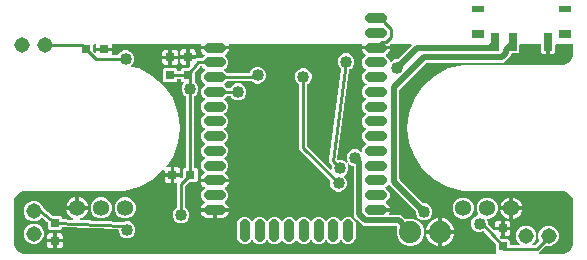
<source format=gbr>
G04 EAGLE Gerber RS-274X export*
G75*
%MOMM*%
%FSLAX34Y34*%
%LPD*%
%INTop Copper*%
%IPPOS*%
%AMOC8*
5,1,8,0,0,1.08239X$1,22.5*%
G01*
%ADD10C,0.863600*%
%ADD11C,1.359600*%
%ADD12R,0.800000X0.800000*%
%ADD13C,1.879600*%
%ADD14C,1.309600*%
%ADD15R,0.700000X1.500000*%
%ADD16R,1.000000X0.600000*%
%ADD17R,1.000000X0.800000*%
%ADD18C,0.254000*%
%ADD19C,1.016000*%
%ADD20C,0.508000*%

G36*
X410755Y-26686D02*
X410755Y-26686D01*
X410827Y-26684D01*
X410876Y-26666D01*
X410927Y-26658D01*
X410991Y-26624D01*
X411058Y-26599D01*
X411099Y-26567D01*
X411145Y-26542D01*
X411194Y-26491D01*
X411250Y-26446D01*
X411278Y-26402D01*
X411314Y-26364D01*
X411344Y-26299D01*
X411383Y-26239D01*
X411396Y-26188D01*
X411418Y-26141D01*
X411426Y-26070D01*
X411443Y-26000D01*
X411439Y-25948D01*
X411445Y-25897D01*
X411430Y-25826D01*
X411424Y-25755D01*
X411404Y-25707D01*
X411393Y-25656D01*
X411356Y-25595D01*
X411328Y-25529D01*
X411283Y-25473D01*
X411267Y-25445D01*
X411249Y-25430D01*
X411223Y-25398D01*
X411077Y-25252D01*
X411077Y-18913D01*
X411066Y-18843D01*
X411064Y-18773D01*
X411046Y-18723D01*
X411038Y-18670D01*
X411005Y-18608D01*
X410981Y-18542D01*
X410938Y-18481D01*
X410922Y-18453D01*
X410906Y-18437D01*
X410883Y-18405D01*
X401475Y-7893D01*
X401463Y-7883D01*
X401454Y-7871D01*
X401368Y-7807D01*
X401283Y-7739D01*
X401269Y-7733D01*
X401257Y-7724D01*
X401154Y-7691D01*
X401052Y-7653D01*
X401037Y-7653D01*
X401023Y-7648D01*
X400915Y-7649D01*
X400807Y-7646D01*
X400792Y-7650D01*
X400777Y-7651D01*
X400616Y-7697D01*
X398899Y-8409D01*
X396069Y-8409D01*
X393455Y-7326D01*
X391454Y-5325D01*
X390371Y-2711D01*
X390371Y119D01*
X391454Y2733D01*
X393455Y4734D01*
X396123Y5839D01*
X396140Y5850D01*
X396159Y5855D01*
X396244Y5914D01*
X396332Y5969D01*
X396345Y5984D01*
X396361Y5996D01*
X396423Y6079D01*
X396489Y6158D01*
X396496Y6177D01*
X396508Y6193D01*
X396540Y6291D01*
X396577Y6388D01*
X396578Y6408D01*
X396584Y6427D01*
X396583Y6530D01*
X396588Y6634D01*
X396582Y6653D01*
X396582Y6673D01*
X396535Y6834D01*
X395189Y10083D01*
X395189Y13597D01*
X396534Y16842D01*
X399018Y19326D01*
X402263Y20671D01*
X405777Y20671D01*
X409022Y19326D01*
X411506Y16842D01*
X412851Y13597D01*
X412851Y10083D01*
X411506Y6838D01*
X409022Y4354D01*
X405777Y3009D01*
X404539Y3009D01*
X404494Y3002D01*
X404448Y3004D01*
X404373Y2982D01*
X404296Y2970D01*
X404256Y2948D01*
X404212Y2935D01*
X404147Y2891D01*
X404079Y2854D01*
X404047Y2821D01*
X404009Y2795D01*
X403963Y2732D01*
X403909Y2676D01*
X403890Y2634D01*
X403863Y2598D01*
X403839Y2524D01*
X403806Y2453D01*
X403801Y2407D01*
X403787Y2364D01*
X403787Y2286D01*
X403779Y2209D01*
X403788Y2164D01*
X403789Y2118D01*
X403827Y1986D01*
X403831Y1968D01*
X403834Y1964D01*
X403836Y1957D01*
X404597Y119D01*
X404597Y-1186D01*
X404608Y-1255D01*
X404610Y-1326D01*
X404628Y-1376D01*
X404637Y-1429D01*
X404669Y-1491D01*
X404693Y-1557D01*
X404737Y-1617D01*
X404752Y-1646D01*
X404768Y-1661D01*
X404791Y-1694D01*
X409241Y-6665D01*
X409313Y-6724D01*
X409380Y-6787D01*
X409408Y-6800D01*
X409432Y-6820D01*
X409519Y-6852D01*
X409603Y-6891D01*
X409634Y-6894D01*
X409663Y-6905D01*
X409756Y-6908D01*
X409847Y-6918D01*
X409878Y-6911D01*
X409909Y-6912D01*
X409997Y-6885D01*
X410088Y-6866D01*
X410114Y-6850D01*
X410144Y-6841D01*
X410220Y-6787D01*
X410299Y-6740D01*
X410319Y-6716D01*
X410344Y-6698D01*
X410348Y-6693D01*
X415587Y-6693D01*
X415587Y-11711D01*
X415459Y-11711D01*
X415409Y-11719D01*
X415358Y-11717D01*
X415289Y-11739D01*
X415217Y-11750D01*
X415172Y-11774D01*
X415123Y-11789D01*
X415064Y-11831D01*
X414999Y-11866D01*
X414964Y-11902D01*
X414923Y-11932D01*
X414880Y-11991D01*
X414830Y-12044D01*
X414808Y-12090D01*
X414779Y-12131D01*
X414757Y-12201D01*
X414726Y-12267D01*
X414721Y-12317D01*
X414706Y-12366D01*
X414707Y-12439D01*
X414699Y-12511D01*
X414710Y-12561D01*
X414711Y-12612D01*
X414736Y-12680D01*
X414751Y-12752D01*
X414777Y-12795D01*
X414795Y-12843D01*
X414864Y-12940D01*
X414878Y-12963D01*
X414884Y-12969D01*
X414892Y-12980D01*
X415916Y-14124D01*
X416003Y-14194D01*
X416088Y-14267D01*
X416099Y-14271D01*
X416108Y-14278D01*
X416213Y-14317D01*
X416317Y-14359D01*
X416330Y-14360D01*
X416338Y-14363D01*
X416364Y-14364D01*
X416483Y-14377D01*
X421952Y-14377D01*
X423143Y-15568D01*
X423143Y-18796D01*
X423146Y-18816D01*
X423144Y-18835D01*
X423166Y-18937D01*
X423182Y-19039D01*
X423192Y-19056D01*
X423196Y-19076D01*
X423249Y-19165D01*
X423298Y-19256D01*
X423312Y-19270D01*
X423322Y-19287D01*
X423401Y-19354D01*
X423476Y-19426D01*
X423494Y-19434D01*
X423509Y-19447D01*
X423605Y-19486D01*
X423699Y-19529D01*
X423719Y-19531D01*
X423737Y-19539D01*
X423904Y-19557D01*
X431034Y-19557D01*
X431105Y-19546D01*
X431177Y-19544D01*
X431226Y-19526D01*
X431277Y-19518D01*
X431341Y-19484D01*
X431408Y-19459D01*
X431449Y-19427D01*
X431495Y-19402D01*
X431544Y-19350D01*
X431600Y-19306D01*
X431628Y-19262D01*
X431664Y-19224D01*
X431694Y-19159D01*
X431733Y-19099D01*
X431746Y-19048D01*
X431768Y-19001D01*
X431775Y-18930D01*
X431793Y-18860D01*
X431789Y-18808D01*
X431795Y-18757D01*
X431779Y-18686D01*
X431774Y-18615D01*
X431754Y-18567D01*
X431742Y-18516D01*
X431706Y-18455D01*
X431678Y-18389D01*
X431633Y-18333D01*
X431616Y-18305D01*
X431598Y-18290D01*
X431573Y-18258D01*
X429606Y-16291D01*
X428299Y-13137D01*
X428299Y-9723D01*
X429606Y-6569D01*
X432019Y-4156D01*
X435173Y-2849D01*
X438587Y-2849D01*
X441741Y-4156D01*
X444154Y-6569D01*
X445461Y-9723D01*
X445461Y-13137D01*
X444154Y-16291D01*
X442187Y-18258D01*
X442145Y-18316D01*
X442096Y-18368D01*
X442074Y-18415D01*
X442044Y-18457D01*
X442023Y-18526D01*
X441992Y-18591D01*
X441987Y-18643D01*
X441971Y-18693D01*
X441973Y-18764D01*
X441965Y-18835D01*
X441976Y-18886D01*
X441978Y-18938D01*
X442002Y-19006D01*
X442018Y-19076D01*
X442044Y-19121D01*
X442062Y-19169D01*
X442107Y-19225D01*
X442144Y-19287D01*
X442183Y-19321D01*
X442216Y-19361D01*
X442276Y-19400D01*
X442331Y-19447D01*
X442379Y-19466D01*
X442423Y-19494D01*
X442492Y-19512D01*
X442559Y-19539D01*
X442630Y-19547D01*
X442661Y-19555D01*
X442685Y-19553D01*
X442726Y-19557D01*
X444087Y-19557D01*
X444177Y-19543D01*
X444268Y-19535D01*
X444297Y-19523D01*
X444329Y-19518D01*
X444410Y-19475D01*
X444494Y-19439D01*
X444526Y-19413D01*
X444547Y-19402D01*
X444569Y-19379D01*
X444625Y-19334D01*
X448007Y-15952D01*
X448075Y-15858D01*
X448145Y-15764D01*
X448147Y-15758D01*
X448150Y-15753D01*
X448185Y-15642D01*
X448221Y-15530D01*
X448221Y-15524D01*
X448223Y-15518D01*
X448220Y-15401D01*
X448219Y-15284D01*
X448217Y-15277D01*
X448216Y-15272D01*
X448210Y-15254D01*
X448172Y-15123D01*
X447349Y-13137D01*
X447349Y-9723D01*
X448656Y-6569D01*
X451069Y-4156D01*
X454223Y-2849D01*
X457637Y-2849D01*
X460791Y-4156D01*
X463204Y-6569D01*
X464511Y-9723D01*
X464511Y-13137D01*
X463204Y-16291D01*
X460791Y-18704D01*
X457637Y-20011D01*
X454223Y-20011D01*
X454033Y-19932D01*
X453920Y-19906D01*
X453806Y-19877D01*
X453800Y-19877D01*
X453794Y-19876D01*
X453677Y-19887D01*
X453561Y-19896D01*
X453555Y-19898D01*
X453549Y-19899D01*
X453441Y-19947D01*
X453335Y-19992D01*
X453329Y-19997D01*
X453324Y-19999D01*
X453310Y-20012D01*
X453204Y-20097D01*
X447903Y-25398D01*
X447861Y-25456D01*
X447812Y-25508D01*
X447790Y-25555D01*
X447759Y-25597D01*
X447738Y-25666D01*
X447708Y-25731D01*
X447702Y-25783D01*
X447687Y-25833D01*
X447689Y-25904D01*
X447681Y-25975D01*
X447692Y-26026D01*
X447693Y-26078D01*
X447718Y-26146D01*
X447733Y-26216D01*
X447760Y-26260D01*
X447778Y-26309D01*
X447823Y-26365D01*
X447860Y-26427D01*
X447899Y-26461D01*
X447932Y-26501D01*
X447992Y-26540D01*
X448046Y-26587D01*
X448095Y-26606D01*
X448139Y-26634D01*
X448208Y-26652D01*
X448275Y-26679D01*
X448346Y-26687D01*
X448377Y-26695D01*
X448400Y-26693D01*
X448441Y-26697D01*
X467300Y-26697D01*
X467326Y-26693D01*
X467375Y-26694D01*
X469059Y-26528D01*
X469087Y-26520D01*
X469115Y-26520D01*
X469276Y-26473D01*
X472389Y-25184D01*
X472445Y-25149D01*
X472505Y-25124D01*
X472570Y-25072D01*
X472598Y-25054D01*
X472611Y-25039D01*
X472636Y-25019D01*
X475019Y-22636D01*
X475057Y-22583D01*
X475103Y-22536D01*
X475143Y-22463D01*
X475162Y-22436D01*
X475168Y-22418D01*
X475184Y-22389D01*
X476473Y-19276D01*
X476480Y-19249D01*
X476493Y-19224D01*
X476528Y-19059D01*
X476694Y-17375D01*
X476692Y-17348D01*
X476697Y-17300D01*
X476697Y17300D01*
X476693Y17326D01*
X476694Y17375D01*
X476528Y19059D01*
X476520Y19087D01*
X476520Y19115D01*
X476473Y19276D01*
X475184Y22389D01*
X475149Y22445D01*
X475124Y22505D01*
X475072Y22570D01*
X475054Y22598D01*
X475039Y22611D01*
X475019Y22636D01*
X472636Y25019D01*
X472583Y25057D01*
X472536Y25103D01*
X472463Y25143D01*
X472436Y25162D01*
X472418Y25168D01*
X472389Y25184D01*
X469276Y26473D01*
X469249Y26480D01*
X469224Y26493D01*
X469059Y26528D01*
X467375Y26694D01*
X467348Y26692D01*
X467300Y26697D01*
X383528Y26697D01*
X370960Y29795D01*
X359498Y35811D01*
X349809Y44394D01*
X342456Y55047D01*
X337866Y67150D01*
X336306Y80000D01*
X337866Y92850D01*
X342456Y104953D01*
X349809Y115606D01*
X359498Y124189D01*
X370960Y130205D01*
X383528Y133303D01*
X467300Y133303D01*
X467326Y133307D01*
X467375Y133306D01*
X469059Y133472D01*
X469087Y133480D01*
X469115Y133480D01*
X469276Y133527D01*
X472389Y134816D01*
X472445Y134851D01*
X472505Y134876D01*
X472570Y134928D01*
X472598Y134946D01*
X472611Y134961D01*
X472636Y134981D01*
X475019Y137364D01*
X475057Y137417D01*
X475103Y137464D01*
X475143Y137537D01*
X475162Y137564D01*
X475168Y137582D01*
X475184Y137611D01*
X476473Y140724D01*
X476480Y140751D01*
X476493Y140776D01*
X476528Y140941D01*
X476694Y142625D01*
X476692Y142652D01*
X476697Y142700D01*
X476697Y149871D01*
X476694Y149890D01*
X476696Y149909D01*
X476674Y150011D01*
X476658Y150114D01*
X476649Y150131D01*
X476645Y150149D01*
X476591Y150239D01*
X476542Y150332D01*
X476529Y150344D01*
X476519Y150361D01*
X476440Y150429D01*
X476364Y150501D01*
X476347Y150509D01*
X476333Y150521D01*
X476236Y150560D01*
X476141Y150605D01*
X476122Y150607D01*
X476105Y150614D01*
X475938Y150633D01*
X462374Y150671D01*
X462353Y150667D01*
X462333Y150670D01*
X462232Y150648D01*
X462131Y150632D01*
X462113Y150622D01*
X462092Y150617D01*
X462004Y150565D01*
X461914Y150517D01*
X461899Y150502D01*
X461881Y150491D01*
X461815Y150413D01*
X461744Y150339D01*
X461735Y150320D01*
X461721Y150304D01*
X461683Y150209D01*
X461639Y150116D01*
X461637Y150096D01*
X461629Y150076D01*
X461611Y149909D01*
X461611Y144846D01*
X461438Y144199D01*
X461103Y143620D01*
X460630Y143147D01*
X460051Y142812D01*
X459404Y142639D01*
X457093Y142639D01*
X457093Y149926D01*
X457091Y149941D01*
X457092Y149952D01*
X457091Y149956D01*
X457092Y149964D01*
X457070Y150066D01*
X457053Y150169D01*
X457045Y150186D01*
X457041Y150204D01*
X456987Y150294D01*
X456938Y150386D01*
X456925Y150399D01*
X456915Y150416D01*
X456836Y150484D01*
X456760Y150556D01*
X456743Y150564D01*
X456729Y150576D01*
X456632Y150615D01*
X456537Y150659D01*
X456518Y150661D01*
X456501Y150669D01*
X456334Y150688D01*
X454810Y150692D01*
X454789Y150688D01*
X454769Y150691D01*
X454668Y150669D01*
X454567Y150653D01*
X454549Y150643D01*
X454528Y150639D01*
X454440Y150586D01*
X454350Y150538D01*
X454335Y150523D01*
X454317Y150512D01*
X454251Y150435D01*
X454180Y150360D01*
X454171Y150341D01*
X454157Y150325D01*
X454119Y150230D01*
X454075Y150138D01*
X454073Y150117D01*
X454065Y150097D01*
X454047Y149931D01*
X454047Y142639D01*
X451736Y142639D01*
X451089Y142812D01*
X450510Y143147D01*
X450037Y143620D01*
X449702Y144199D01*
X449529Y144846D01*
X449529Y149947D01*
X449526Y149966D01*
X449528Y149985D01*
X449506Y150087D01*
X449490Y150190D01*
X449481Y150207D01*
X449477Y150225D01*
X449423Y150316D01*
X449374Y150408D01*
X449361Y150421D01*
X449351Y150437D01*
X449272Y150505D01*
X449196Y150577D01*
X449179Y150585D01*
X449165Y150597D01*
X449068Y150637D01*
X448973Y150681D01*
X448954Y150683D01*
X448937Y150690D01*
X448770Y150709D01*
X431866Y150756D01*
X431845Y150753D01*
X431825Y150755D01*
X431724Y150733D01*
X431623Y150717D01*
X431605Y150707D01*
X431584Y150703D01*
X431496Y150650D01*
X431406Y150603D01*
X431391Y150587D01*
X431373Y150577D01*
X431307Y150499D01*
X431236Y150425D01*
X431227Y150406D01*
X431213Y150390D01*
X431175Y150295D01*
X431131Y150202D01*
X431129Y150181D01*
X431121Y150161D01*
X431103Y149995D01*
X431103Y144338D01*
X429912Y143147D01*
X425246Y143147D01*
X425226Y143144D01*
X425207Y143146D01*
X425105Y143124D01*
X425003Y143108D01*
X424986Y143098D01*
X424966Y143094D01*
X424877Y143041D01*
X424786Y142992D01*
X424772Y142978D01*
X424755Y142968D01*
X424688Y142889D01*
X424616Y142814D01*
X424608Y142796D01*
X424595Y142781D01*
X424556Y142685D01*
X424513Y142591D01*
X424511Y142571D01*
X424503Y142553D01*
X424485Y142386D01*
X424485Y141392D01*
X418220Y135127D01*
X352729Y135127D01*
X352639Y135113D01*
X352548Y135105D01*
X352519Y135093D01*
X352487Y135088D01*
X352406Y135045D01*
X352322Y135009D01*
X352290Y134983D01*
X352269Y134972D01*
X352247Y134949D01*
X352191Y134904D01*
X329916Y112629D01*
X329863Y112555D01*
X329803Y112485D01*
X329791Y112455D01*
X329772Y112429D01*
X329745Y112342D01*
X329711Y112257D01*
X329707Y112216D01*
X329700Y112194D01*
X329701Y112162D01*
X329693Y112091D01*
X329693Y36499D01*
X329707Y36409D01*
X329715Y36318D01*
X329727Y36289D01*
X329732Y36257D01*
X329775Y36176D01*
X329811Y36092D01*
X329837Y36060D01*
X329848Y36039D01*
X329871Y36017D01*
X329876Y36011D01*
X329885Y35996D01*
X329895Y35987D01*
X329916Y35961D01*
X349651Y16226D01*
X349725Y16173D01*
X349795Y16113D01*
X349825Y16101D01*
X349851Y16082D01*
X349938Y16055D01*
X350023Y16021D01*
X350064Y16017D01*
X350086Y16010D01*
X350118Y16011D01*
X350189Y16003D01*
X351935Y16003D01*
X354549Y14920D01*
X356550Y12919D01*
X357633Y10305D01*
X357633Y7475D01*
X356550Y4861D01*
X354549Y2860D01*
X351935Y1777D01*
X349105Y1777D01*
X346491Y2860D01*
X344490Y4861D01*
X343407Y7475D01*
X343407Y9221D01*
X343393Y9311D01*
X343385Y9402D01*
X343373Y9431D01*
X343368Y9463D01*
X343325Y9544D01*
X343289Y9628D01*
X343263Y9660D01*
X343252Y9681D01*
X343229Y9703D01*
X343184Y9759D01*
X323449Y29494D01*
X321243Y31700D01*
X321227Y31712D01*
X321214Y31727D01*
X321151Y31768D01*
X321104Y31809D01*
X321077Y31819D01*
X321043Y31844D01*
X321024Y31850D01*
X321007Y31860D01*
X320921Y31882D01*
X320876Y31901D01*
X320849Y31903D01*
X320808Y31916D01*
X320788Y31916D01*
X320769Y31920D01*
X320726Y31917D01*
X320709Y31919D01*
X320701Y31919D01*
X320659Y31912D01*
X320562Y31910D01*
X320544Y31903D01*
X320524Y31901D01*
X320481Y31883D01*
X320458Y31879D01*
X320411Y31854D01*
X320331Y31825D01*
X320316Y31813D01*
X320297Y31805D01*
X320258Y31774D01*
X320240Y31764D01*
X320222Y31744D01*
X320166Y31700D01*
X318522Y30056D01*
X318133Y29895D01*
X318072Y29857D01*
X318007Y29828D01*
X317968Y29793D01*
X317924Y29765D01*
X317879Y29710D01*
X317826Y29662D01*
X317801Y29616D01*
X317767Y29576D01*
X317742Y29509D01*
X317707Y29446D01*
X317698Y29395D01*
X317679Y29346D01*
X317676Y29275D01*
X317663Y29204D01*
X317671Y29153D01*
X317669Y29101D01*
X317689Y29032D01*
X317699Y28961D01*
X317723Y28914D01*
X317737Y28864D01*
X317778Y28805D01*
X317811Y28741D01*
X317848Y28705D01*
X317878Y28662D01*
X317935Y28619D01*
X317986Y28569D01*
X318049Y28535D01*
X318075Y28515D01*
X318097Y28508D01*
X318133Y28488D01*
X318522Y28327D01*
X320309Y26541D01*
X321276Y24207D01*
X321276Y21680D01*
X320309Y19346D01*
X318418Y17455D01*
X318363Y17379D01*
X318303Y17307D01*
X318292Y17279D01*
X318275Y17256D01*
X318247Y17166D01*
X318213Y17078D01*
X318211Y17049D01*
X318202Y17021D01*
X318205Y16926D01*
X318200Y16832D01*
X318208Y16804D01*
X318209Y16775D01*
X318241Y16686D01*
X318267Y16595D01*
X318283Y16571D01*
X318293Y16544D01*
X318352Y16470D01*
X318405Y16392D01*
X318434Y16368D01*
X318447Y16352D01*
X318475Y16334D01*
X318534Y16284D01*
X319297Y15774D01*
X320252Y14819D01*
X321003Y13695D01*
X321520Y12447D01*
X321615Y11970D01*
X310480Y11970D01*
X310460Y11966D01*
X310441Y11969D01*
X310339Y11947D01*
X310237Y11930D01*
X310220Y11921D01*
X310200Y11916D01*
X310111Y11863D01*
X310020Y11815D01*
X310006Y11800D01*
X309989Y11790D01*
X309922Y11711D01*
X309851Y11636D01*
X309842Y11618D01*
X309829Y11603D01*
X309790Y11507D01*
X309747Y11413D01*
X309745Y11394D01*
X309737Y11375D01*
X309719Y11208D01*
X309719Y9685D01*
X309722Y9665D01*
X309720Y9645D01*
X309742Y9544D01*
X309759Y9442D01*
X309768Y9424D01*
X309772Y9405D01*
X309825Y9316D01*
X309874Y9224D01*
X309888Y9211D01*
X309898Y9194D01*
X309977Y9126D01*
X310052Y9055D01*
X310070Y9047D01*
X310085Y9034D01*
X310181Y8995D01*
X310275Y8951D01*
X310295Y8949D01*
X310313Y8942D01*
X310480Y8923D01*
X321615Y8923D01*
X321520Y8446D01*
X320997Y7182D01*
X320986Y7137D01*
X320967Y7095D01*
X320958Y7018D01*
X320940Y6942D01*
X320945Y6897D01*
X320940Y6851D01*
X320956Y6775D01*
X320963Y6697D01*
X320982Y6656D01*
X320992Y6611D01*
X321032Y6544D01*
X321063Y6473D01*
X321095Y6439D01*
X321118Y6400D01*
X321177Y6349D01*
X321230Y6292D01*
X321270Y6269D01*
X321305Y6240D01*
X321377Y6211D01*
X321445Y6173D01*
X321491Y6165D01*
X321533Y6148D01*
X321669Y6133D01*
X321687Y6129D01*
X321692Y6130D01*
X321700Y6129D01*
X330778Y6129D01*
X333679Y3228D01*
X334244Y2662D01*
X334340Y2594D01*
X334433Y2525D01*
X334439Y2523D01*
X334444Y2519D01*
X334555Y2485D01*
X334667Y2448D01*
X334673Y2448D01*
X334679Y2447D01*
X334796Y2450D01*
X334913Y2451D01*
X334920Y2453D01*
X334925Y2453D01*
X334942Y2459D01*
X335074Y2497D01*
X336506Y3091D01*
X341054Y3091D01*
X345255Y1350D01*
X348470Y-1865D01*
X350211Y-6066D01*
X350211Y-10614D01*
X348470Y-14815D01*
X345255Y-18030D01*
X341054Y-19771D01*
X336506Y-19771D01*
X332305Y-18030D01*
X329090Y-14815D01*
X327349Y-10614D01*
X327349Y-6066D01*
X327943Y-4634D01*
X327969Y-4520D01*
X327998Y-4407D01*
X327997Y-4401D01*
X327999Y-4394D01*
X327988Y-4278D01*
X327979Y-4162D01*
X327976Y-4156D01*
X327976Y-4150D01*
X327928Y-4043D01*
X327882Y-3935D01*
X327878Y-3929D01*
X327876Y-3925D01*
X327863Y-3911D01*
X327778Y-3804D01*
X327212Y-3239D01*
X327138Y-3186D01*
X327069Y-3127D01*
X327039Y-3115D01*
X327013Y-3096D01*
X326926Y-3069D01*
X326841Y-3035D01*
X326800Y-3030D01*
X326778Y-3023D01*
X326745Y-3024D01*
X326674Y-3016D01*
X298935Y-3016D01*
X296033Y-115D01*
X293950Y1968D01*
X291048Y4870D01*
X291048Y46838D01*
X291029Y46953D01*
X291012Y47069D01*
X291010Y47075D01*
X291009Y47081D01*
X290954Y47183D01*
X290901Y47288D01*
X290896Y47293D01*
X290893Y47298D01*
X290809Y47378D01*
X290725Y47461D01*
X290719Y47464D01*
X290715Y47468D01*
X290698Y47476D01*
X290578Y47542D01*
X288071Y48580D01*
X287095Y49556D01*
X287016Y49613D01*
X286941Y49675D01*
X286917Y49684D01*
X286895Y49700D01*
X286802Y49728D01*
X286711Y49763D01*
X286685Y49764D01*
X286660Y49772D01*
X286563Y49769D01*
X286466Y49774D01*
X286440Y49766D01*
X286414Y49766D01*
X286323Y49732D01*
X286229Y49705D01*
X286208Y49690D01*
X286183Y49681D01*
X286107Y49620D01*
X286027Y49565D01*
X286012Y49544D01*
X285991Y49527D01*
X285939Y49446D01*
X285881Y49367D01*
X285872Y49343D01*
X285858Y49321D01*
X285834Y49226D01*
X285804Y49134D01*
X285805Y49107D01*
X285798Y49082D01*
X285806Y48985D01*
X285807Y48888D01*
X285816Y48856D01*
X285817Y48837D01*
X285830Y48806D01*
X285853Y48726D01*
X286513Y47135D01*
X286513Y44305D01*
X285430Y41691D01*
X283429Y39690D01*
X283131Y39567D01*
X283092Y39542D01*
X283049Y39527D01*
X282988Y39478D01*
X282922Y39437D01*
X282893Y39402D01*
X282857Y39373D01*
X282815Y39308D01*
X282765Y39248D01*
X282749Y39205D01*
X282724Y39166D01*
X282705Y39091D01*
X282677Y39018D01*
X282675Y38972D01*
X282664Y38928D01*
X282670Y38850D01*
X282666Y38772D01*
X282679Y38728D01*
X282683Y38682D01*
X282713Y38611D01*
X282735Y38536D01*
X282761Y38498D01*
X282779Y38456D01*
X282864Y38349D01*
X282875Y38334D01*
X282879Y38331D01*
X282884Y38325D01*
X284160Y37049D01*
X285243Y34435D01*
X285243Y31605D01*
X284160Y28991D01*
X282159Y26990D01*
X279545Y25907D01*
X276715Y25907D01*
X274101Y26990D01*
X272100Y28991D01*
X271017Y31605D01*
X271017Y34435D01*
X271123Y34691D01*
X271133Y34732D01*
X271146Y34759D01*
X271151Y34809D01*
X271179Y34918D01*
X271178Y34925D01*
X271180Y34931D01*
X271169Y35047D01*
X271160Y35164D01*
X271157Y35169D01*
X271157Y35176D01*
X271109Y35283D01*
X271063Y35390D01*
X271059Y35396D01*
X271057Y35400D01*
X271044Y35414D01*
X270958Y35521D01*
X245015Y61465D01*
X245015Y116351D01*
X244996Y116465D01*
X244979Y116582D01*
X244976Y116587D01*
X244975Y116593D01*
X244921Y116695D01*
X244867Y116801D01*
X244863Y116805D01*
X244860Y116811D01*
X244775Y116891D01*
X244692Y116973D01*
X244685Y116977D01*
X244681Y116980D01*
X244664Y116988D01*
X244545Y117054D01*
X244288Y117160D01*
X242288Y119161D01*
X241205Y121775D01*
X241205Y124605D01*
X242288Y127219D01*
X244288Y129220D01*
X246903Y130303D01*
X249732Y130303D01*
X252346Y129220D01*
X254347Y127219D01*
X255430Y124605D01*
X255430Y121775D01*
X254347Y119161D01*
X252346Y117160D01*
X252090Y117054D01*
X251991Y116993D01*
X251890Y116932D01*
X251886Y116928D01*
X251881Y116924D01*
X251806Y116834D01*
X251731Y116746D01*
X251728Y116740D01*
X251724Y116735D01*
X251683Y116627D01*
X251639Y116517D01*
X251638Y116510D01*
X251636Y116505D01*
X251635Y116487D01*
X251620Y116351D01*
X251620Y64516D01*
X251635Y64426D01*
X251642Y64335D01*
X251655Y64305D01*
X251660Y64273D01*
X251703Y64193D01*
X251738Y64109D01*
X251764Y64077D01*
X251775Y64056D01*
X251798Y64034D01*
X251843Y63978D01*
X270988Y44833D01*
X271046Y44791D01*
X271098Y44742D01*
X271145Y44720D01*
X271187Y44689D01*
X271256Y44668D01*
X271321Y44638D01*
X271373Y44632D01*
X271423Y44617D01*
X271494Y44619D01*
X271565Y44611D01*
X271616Y44622D01*
X271668Y44623D01*
X271736Y44648D01*
X271806Y44663D01*
X271851Y44690D01*
X271899Y44708D01*
X271955Y44753D01*
X272017Y44790D01*
X272051Y44829D01*
X272091Y44862D01*
X272130Y44922D01*
X272177Y44976D01*
X272196Y45025D01*
X272224Y45069D01*
X272242Y45138D01*
X272269Y45205D01*
X272277Y45276D01*
X272285Y45307D01*
X272283Y45330D01*
X272287Y45371D01*
X272287Y47135D01*
X272393Y47391D01*
X272420Y47504D01*
X272449Y47618D01*
X272448Y47625D01*
X272450Y47631D01*
X272439Y47747D01*
X272430Y47864D01*
X272427Y47869D01*
X272427Y47876D01*
X272379Y47983D01*
X272333Y48090D01*
X272329Y48096D01*
X272327Y48100D01*
X272314Y48114D01*
X272228Y48221D01*
X271683Y48767D01*
X271650Y48790D01*
X271624Y48820D01*
X271551Y48861D01*
X271483Y48910D01*
X271445Y48922D01*
X271410Y48942D01*
X271249Y48982D01*
X271248Y48982D01*
X270587Y49852D01*
X270564Y49874D01*
X270520Y49930D01*
X269747Y50702D01*
X269741Y50740D01*
X269743Y50780D01*
X269721Y50861D01*
X269708Y50944D01*
X269689Y50979D01*
X269678Y51018D01*
X269593Y51160D01*
X269593Y51161D01*
X269740Y52243D01*
X269739Y52275D01*
X269747Y52346D01*
X269747Y53438D01*
X269770Y53470D01*
X269800Y53496D01*
X269840Y53566D01*
X269840Y53567D01*
X269841Y53569D01*
X269890Y53637D01*
X269902Y53675D01*
X269922Y53710D01*
X269939Y53780D01*
X269944Y53790D01*
X269946Y53806D01*
X269962Y53871D01*
X269962Y53872D01*
X269963Y53873D01*
X280289Y129597D01*
X280288Y129617D01*
X280293Y129636D01*
X280285Y129739D01*
X280282Y129843D01*
X280275Y129862D01*
X280274Y129881D01*
X280233Y129977D01*
X280197Y130074D01*
X280185Y130089D01*
X280177Y130108D01*
X280073Y130238D01*
X278450Y131861D01*
X277367Y134475D01*
X277367Y137305D01*
X278450Y139919D01*
X280451Y141920D01*
X283065Y143003D01*
X285895Y143003D01*
X288509Y141920D01*
X290510Y139919D01*
X291593Y137305D01*
X291593Y134475D01*
X290510Y131861D01*
X288509Y129860D01*
X287304Y129361D01*
X287248Y129326D01*
X287188Y129300D01*
X287144Y129262D01*
X287095Y129231D01*
X287053Y129181D01*
X287004Y129137D01*
X286975Y129087D01*
X286938Y129042D01*
X286915Y128980D01*
X286882Y128923D01*
X286862Y128843D01*
X286850Y128812D01*
X286849Y128793D01*
X286841Y128761D01*
X276595Y53621D01*
X276595Y53601D01*
X276591Y53582D01*
X276599Y53479D01*
X276601Y53375D01*
X276608Y53357D01*
X276610Y53337D01*
X276650Y53242D01*
X276686Y53144D01*
X276698Y53129D01*
X276706Y53111D01*
X276811Y52980D01*
X276899Y52892D01*
X276994Y52823D01*
X277088Y52754D01*
X277094Y52752D01*
X277099Y52748D01*
X277210Y52714D01*
X277322Y52677D01*
X277328Y52677D01*
X277334Y52676D01*
X277451Y52679D01*
X277568Y52680D01*
X277575Y52682D01*
X277580Y52682D01*
X277598Y52688D01*
X277729Y52727D01*
X277985Y52833D01*
X280815Y52833D01*
X283429Y51750D01*
X284405Y50774D01*
X284484Y50717D01*
X284559Y50655D01*
X284583Y50646D01*
X284605Y50630D01*
X284698Y50602D01*
X284789Y50567D01*
X284815Y50566D01*
X284840Y50558D01*
X284937Y50561D01*
X285034Y50556D01*
X285060Y50564D01*
X285086Y50564D01*
X285177Y50598D01*
X285271Y50625D01*
X285292Y50640D01*
X285317Y50649D01*
X285393Y50710D01*
X285473Y50765D01*
X285488Y50786D01*
X285509Y50803D01*
X285561Y50884D01*
X285619Y50963D01*
X285628Y50987D01*
X285642Y51009D01*
X285666Y51104D01*
X285696Y51196D01*
X285695Y51223D01*
X285702Y51248D01*
X285694Y51345D01*
X285693Y51442D01*
X285684Y51474D01*
X285683Y51493D01*
X285670Y51524D01*
X285647Y51604D01*
X284987Y53195D01*
X284987Y56025D01*
X286070Y58639D01*
X288071Y60640D01*
X290685Y61723D01*
X293515Y61723D01*
X296129Y60640D01*
X296861Y59908D01*
X296919Y59866D01*
X296971Y59817D01*
X297018Y59795D01*
X297060Y59765D01*
X297129Y59744D01*
X297194Y59713D01*
X297246Y59708D01*
X297296Y59692D01*
X297367Y59694D01*
X297438Y59686D01*
X297489Y59697D01*
X297541Y59699D01*
X297609Y59723D01*
X297679Y59738D01*
X297724Y59765D01*
X297772Y59783D01*
X297828Y59828D01*
X297890Y59865D01*
X297924Y59904D01*
X297964Y59937D01*
X298003Y59997D01*
X298050Y60052D01*
X298069Y60100D01*
X298097Y60144D01*
X298115Y60213D01*
X298142Y60280D01*
X298150Y60351D01*
X298158Y60382D01*
X298156Y60406D01*
X298160Y60446D01*
X298160Y61697D01*
X299127Y64031D01*
X300914Y65818D01*
X301303Y65979D01*
X301364Y66017D01*
X301429Y66046D01*
X301467Y66081D01*
X301512Y66108D01*
X301558Y66164D01*
X301610Y66212D01*
X301635Y66258D01*
X301669Y66298D01*
X301694Y66365D01*
X301729Y66428D01*
X301738Y66479D01*
X301757Y66527D01*
X301760Y66599D01*
X301773Y66670D01*
X301765Y66721D01*
X301767Y66773D01*
X301747Y66842D01*
X301737Y66913D01*
X301713Y66959D01*
X301699Y67009D01*
X301658Y67068D01*
X301625Y67132D01*
X301588Y67169D01*
X301558Y67211D01*
X301501Y67254D01*
X301450Y67304D01*
X301387Y67339D01*
X301361Y67358D01*
X301339Y67365D01*
X301303Y67385D01*
X300914Y67547D01*
X299127Y69333D01*
X298160Y71667D01*
X298160Y74194D01*
X299127Y76528D01*
X300914Y78314D01*
X301303Y78475D01*
X301364Y78513D01*
X301429Y78542D01*
X301467Y78578D01*
X301512Y78605D01*
X301558Y78660D01*
X301610Y78709D01*
X301635Y78754D01*
X301669Y78795D01*
X301694Y78862D01*
X301729Y78924D01*
X301738Y78976D01*
X301757Y79024D01*
X301760Y79096D01*
X301773Y79166D01*
X301765Y79218D01*
X301767Y79270D01*
X301747Y79339D01*
X301737Y79410D01*
X301713Y79456D01*
X301699Y79506D01*
X301658Y79565D01*
X301625Y79629D01*
X301588Y79665D01*
X301558Y79708D01*
X301501Y79751D01*
X301450Y79801D01*
X301387Y79836D01*
X301361Y79855D01*
X301339Y79862D01*
X301303Y79882D01*
X300914Y80043D01*
X299127Y81830D01*
X298160Y84164D01*
X298160Y86690D01*
X299127Y89025D01*
X300914Y90811D01*
X301303Y90972D01*
X301364Y91010D01*
X301429Y91039D01*
X301467Y91074D01*
X301512Y91102D01*
X301558Y91157D01*
X301610Y91206D01*
X301635Y91251D01*
X301669Y91291D01*
X301694Y91358D01*
X301729Y91421D01*
X301738Y91472D01*
X301757Y91521D01*
X301760Y91593D01*
X301773Y91663D01*
X301765Y91715D01*
X301767Y91767D01*
X301747Y91836D01*
X301737Y91907D01*
X301713Y91953D01*
X301699Y92003D01*
X301658Y92062D01*
X301625Y92126D01*
X301588Y92162D01*
X301558Y92205D01*
X301501Y92248D01*
X301450Y92298D01*
X301387Y92333D01*
X301361Y92352D01*
X301339Y92359D01*
X301303Y92379D01*
X300914Y92540D01*
X299127Y94327D01*
X298160Y96661D01*
X298160Y99187D01*
X299127Y101521D01*
X300914Y103308D01*
X301303Y103469D01*
X301364Y103507D01*
X301429Y103536D01*
X301467Y103571D01*
X301512Y103599D01*
X301558Y103654D01*
X301610Y103702D01*
X301635Y103748D01*
X301669Y103788D01*
X301694Y103855D01*
X301729Y103918D01*
X301738Y103969D01*
X301757Y104018D01*
X301760Y104089D01*
X301773Y104160D01*
X301765Y104211D01*
X301767Y104264D01*
X301747Y104332D01*
X301737Y104403D01*
X301713Y104450D01*
X301699Y104500D01*
X301658Y104559D01*
X301625Y104623D01*
X301588Y104659D01*
X301558Y104702D01*
X301501Y104745D01*
X301450Y104795D01*
X301387Y104829D01*
X301361Y104849D01*
X301339Y104856D01*
X301303Y104876D01*
X300914Y105037D01*
X299127Y106823D01*
X298160Y109158D01*
X298160Y111684D01*
X299127Y114018D01*
X300914Y115805D01*
X301303Y115966D01*
X301364Y116004D01*
X301429Y116033D01*
X301467Y116068D01*
X301512Y116095D01*
X301558Y116151D01*
X301610Y116199D01*
X301635Y116245D01*
X301669Y116285D01*
X301694Y116352D01*
X301729Y116415D01*
X301738Y116466D01*
X301757Y116515D01*
X301760Y116586D01*
X301773Y116657D01*
X301765Y116708D01*
X301767Y116760D01*
X301747Y116829D01*
X301737Y116900D01*
X301713Y116947D01*
X301699Y116997D01*
X301658Y117055D01*
X301625Y117119D01*
X301588Y117156D01*
X301558Y117199D01*
X301501Y117241D01*
X301450Y117292D01*
X301387Y117326D01*
X301361Y117345D01*
X301339Y117353D01*
X301303Y117372D01*
X300914Y117534D01*
X299127Y119320D01*
X298160Y121654D01*
X298160Y124181D01*
X299127Y126515D01*
X300914Y128301D01*
X301303Y128463D01*
X301364Y128500D01*
X301429Y128530D01*
X301467Y128565D01*
X301512Y128592D01*
X301558Y128648D01*
X301610Y128696D01*
X301635Y128742D01*
X301669Y128782D01*
X301694Y128849D01*
X301729Y128911D01*
X301738Y128963D01*
X301757Y129011D01*
X301760Y129083D01*
X301773Y129154D01*
X301765Y129205D01*
X301767Y129257D01*
X301747Y129326D01*
X301737Y129397D01*
X301713Y129443D01*
X301699Y129493D01*
X301658Y129552D01*
X301625Y129616D01*
X301588Y129653D01*
X301558Y129695D01*
X301501Y129738D01*
X301450Y129788D01*
X301387Y129823D01*
X301361Y129842D01*
X301339Y129849D01*
X301303Y129869D01*
X300914Y130030D01*
X299127Y131817D01*
X298160Y134151D01*
X298160Y136678D01*
X299127Y139012D01*
X301018Y140902D01*
X301073Y140979D01*
X301133Y141051D01*
X301144Y141078D01*
X301161Y141102D01*
X301189Y141192D01*
X301223Y141280D01*
X301225Y141309D01*
X301234Y141337D01*
X301231Y141431D01*
X301236Y141526D01*
X301228Y141554D01*
X301227Y141583D01*
X301195Y141672D01*
X301169Y141762D01*
X301153Y141786D01*
X301143Y141814D01*
X301084Y141888D01*
X301031Y141965D01*
X301002Y141989D01*
X300989Y142006D01*
X300961Y142024D01*
X300902Y142073D01*
X300139Y142584D01*
X299184Y143539D01*
X298433Y144662D01*
X297916Y145910D01*
X297821Y146388D01*
X308956Y146388D01*
X308976Y146391D01*
X308995Y146389D01*
X309097Y146411D01*
X309199Y146428D01*
X309216Y146437D01*
X309236Y146441D01*
X309325Y146494D01*
X309416Y146543D01*
X309430Y146557D01*
X309447Y146567D01*
X309514Y146646D01*
X309585Y146721D01*
X309594Y146739D01*
X309607Y146754D01*
X309646Y146850D01*
X309689Y146944D01*
X309691Y146964D01*
X309699Y146982D01*
X309717Y147149D01*
X309717Y148673D01*
X309714Y148693D01*
X309716Y148712D01*
X309694Y148814D01*
X309677Y148916D01*
X309668Y148933D01*
X309664Y148953D01*
X309611Y149042D01*
X309562Y149133D01*
X309548Y149147D01*
X309538Y149164D01*
X309459Y149231D01*
X309384Y149303D01*
X309366Y149311D01*
X309351Y149324D01*
X309255Y149363D01*
X309161Y149406D01*
X309141Y149408D01*
X309123Y149416D01*
X308956Y149434D01*
X297821Y149434D01*
X297904Y149851D01*
X297907Y149946D01*
X297917Y150039D01*
X297911Y150068D01*
X297912Y150097D01*
X297885Y150188D01*
X297865Y150280D01*
X297850Y150305D01*
X297842Y150333D01*
X297787Y150410D01*
X297739Y150491D01*
X297717Y150510D01*
X297700Y150534D01*
X297624Y150590D01*
X297552Y150651D01*
X297525Y150662D01*
X297501Y150679D01*
X297412Y150707D01*
X297324Y150743D01*
X297287Y150747D01*
X297267Y150753D01*
X297234Y150753D01*
X297157Y150761D01*
X185871Y150761D01*
X185778Y150746D01*
X185684Y150738D01*
X185657Y150726D01*
X185628Y150722D01*
X185545Y150677D01*
X185458Y150640D01*
X185436Y150620D01*
X185411Y150606D01*
X185346Y150538D01*
X185276Y150475D01*
X185261Y150449D01*
X185241Y150428D01*
X185201Y150343D01*
X185155Y150260D01*
X185150Y150232D01*
X185138Y150205D01*
X185127Y150111D01*
X185110Y150019D01*
X185113Y149982D01*
X185110Y149961D01*
X185117Y149929D01*
X185124Y149851D01*
X185217Y149384D01*
X174082Y149384D01*
X174062Y149380D01*
X174043Y149383D01*
X173941Y149361D01*
X173839Y149344D01*
X173822Y149335D01*
X173802Y149330D01*
X173713Y149277D01*
X173622Y149229D01*
X173608Y149214D01*
X173591Y149204D01*
X173524Y149125D01*
X173453Y149050D01*
X173444Y149032D01*
X173431Y149017D01*
X173392Y148921D01*
X173349Y148827D01*
X173347Y148808D01*
X173339Y148789D01*
X173321Y148622D01*
X173321Y147099D01*
X173324Y147079D01*
X173322Y147059D01*
X173344Y146958D01*
X173361Y146856D01*
X173370Y146838D01*
X173374Y146819D01*
X173427Y146730D01*
X173476Y146638D01*
X173490Y146625D01*
X173500Y146608D01*
X173579Y146540D01*
X173654Y146469D01*
X173672Y146461D01*
X173687Y146448D01*
X173783Y146409D01*
X173877Y146365D01*
X173897Y146363D01*
X173915Y146356D01*
X174082Y146337D01*
X185217Y146337D01*
X185122Y145860D01*
X184605Y144612D01*
X183854Y143488D01*
X182899Y142533D01*
X182136Y142023D01*
X182067Y141958D01*
X181993Y141900D01*
X181977Y141875D01*
X181956Y141855D01*
X181911Y141772D01*
X181860Y141693D01*
X181853Y141664D01*
X181839Y141638D01*
X181823Y141546D01*
X181800Y141454D01*
X181802Y141425D01*
X181797Y141396D01*
X181812Y141303D01*
X181819Y141209D01*
X181831Y141182D01*
X181835Y141153D01*
X181879Y141069D01*
X181916Y140983D01*
X181939Y140954D01*
X181948Y140935D01*
X181972Y140912D01*
X182020Y140852D01*
X183911Y138961D01*
X184878Y136627D01*
X184878Y134100D01*
X183911Y131766D01*
X182124Y129980D01*
X181735Y129819D01*
X181674Y129781D01*
X181609Y129752D01*
X181570Y129716D01*
X181526Y129689D01*
X181481Y129634D01*
X181428Y129585D01*
X181403Y129540D01*
X181369Y129500D01*
X181344Y129433D01*
X181309Y129370D01*
X181300Y129319D01*
X181281Y129270D01*
X181278Y129198D01*
X181265Y129128D01*
X181273Y129076D01*
X181271Y129024D01*
X181291Y128955D01*
X181301Y128884D01*
X181325Y128838D01*
X181339Y128788D01*
X181380Y128729D01*
X181413Y128665D01*
X181450Y128629D01*
X181480Y128586D01*
X181537Y128543D01*
X181588Y128493D01*
X181651Y128458D01*
X181677Y128439D01*
X181699Y128432D01*
X181735Y128412D01*
X182124Y128251D01*
X183983Y126393D01*
X184057Y126339D01*
X184126Y126280D01*
X184156Y126268D01*
X184182Y126249D01*
X184269Y126222D01*
X184354Y126188D01*
X184395Y126184D01*
X184417Y126177D01*
X184450Y126178D01*
X184521Y126170D01*
X202051Y126170D01*
X202166Y126188D01*
X202282Y126206D01*
X202287Y126208D01*
X202294Y126209D01*
X202396Y126264D01*
X202501Y126317D01*
X202505Y126322D01*
X202511Y126324D01*
X202590Y126408D01*
X202673Y126493D01*
X202677Y126499D01*
X202680Y126503D01*
X202688Y126520D01*
X202754Y126640D01*
X203520Y128489D01*
X205521Y130490D01*
X208135Y131573D01*
X210965Y131573D01*
X213579Y130490D01*
X215580Y128489D01*
X216663Y125875D01*
X216663Y123045D01*
X215580Y120431D01*
X213579Y118430D01*
X210965Y117347D01*
X208135Y117347D01*
X205521Y118430D01*
X204610Y119341D01*
X204536Y119394D01*
X204466Y119454D01*
X204436Y119466D01*
X204410Y119485D01*
X204323Y119512D01*
X204238Y119546D01*
X204197Y119550D01*
X204175Y119557D01*
X204143Y119556D01*
X204072Y119564D01*
X184521Y119564D01*
X184431Y119549D01*
X184340Y119542D01*
X184310Y119530D01*
X184278Y119524D01*
X184197Y119482D01*
X184114Y119446D01*
X184081Y119420D01*
X184061Y119409D01*
X184039Y119386D01*
X183983Y119341D01*
X182124Y117483D01*
X181735Y117322D01*
X181674Y117284D01*
X181609Y117255D01*
X181570Y117220D01*
X181526Y117192D01*
X181481Y117137D01*
X181428Y117088D01*
X181403Y117043D01*
X181369Y117003D01*
X181344Y116936D01*
X181309Y116873D01*
X181300Y116822D01*
X181281Y116773D01*
X181278Y116702D01*
X181265Y116631D01*
X181273Y116579D01*
X181271Y116527D01*
X181291Y116459D01*
X181301Y116388D01*
X181325Y116341D01*
X181339Y116291D01*
X181380Y116232D01*
X181413Y116168D01*
X181450Y116132D01*
X181480Y116089D01*
X181537Y116046D01*
X181588Y115996D01*
X181651Y115962D01*
X181677Y115942D01*
X181699Y115935D01*
X181735Y115915D01*
X182124Y115754D01*
X183983Y113896D01*
X184057Y113843D01*
X184126Y113783D01*
X184156Y113771D01*
X184182Y113752D01*
X184269Y113726D01*
X184354Y113691D01*
X184395Y113687D01*
X184417Y113680D01*
X184450Y113681D01*
X184521Y113673D01*
X186151Y113673D01*
X186266Y113692D01*
X186382Y113709D01*
X186388Y113712D01*
X186394Y113713D01*
X186496Y113767D01*
X186601Y113820D01*
X186606Y113825D01*
X186611Y113828D01*
X186690Y113911D01*
X186773Y113996D01*
X186777Y114002D01*
X186780Y114006D01*
X186788Y114023D01*
X186854Y114143D01*
X187010Y114519D01*
X189011Y116520D01*
X191625Y117603D01*
X194455Y117603D01*
X197069Y116520D01*
X199070Y114519D01*
X200153Y111905D01*
X200153Y109075D01*
X199070Y106461D01*
X197069Y104460D01*
X194455Y103377D01*
X191625Y103377D01*
X189011Y104460D01*
X187010Y106461D01*
X186954Y106597D01*
X186892Y106697D01*
X186832Y106797D01*
X186827Y106801D01*
X186824Y106807D01*
X186733Y106882D01*
X186645Y106957D01*
X186639Y106959D01*
X186634Y106963D01*
X186526Y107005D01*
X186417Y107049D01*
X186409Y107050D01*
X186405Y107052D01*
X186387Y107052D01*
X186250Y107067D01*
X184521Y107067D01*
X184431Y107053D01*
X184340Y107046D01*
X184310Y107033D01*
X184278Y107028D01*
X184197Y106985D01*
X184114Y106949D01*
X184081Y106924D01*
X184061Y106913D01*
X184039Y106889D01*
X183983Y106844D01*
X182124Y104986D01*
X181735Y104825D01*
X181674Y104787D01*
X181609Y104758D01*
X181570Y104723D01*
X181526Y104695D01*
X181481Y104640D01*
X181428Y104592D01*
X181403Y104546D01*
X181369Y104506D01*
X181344Y104439D01*
X181309Y104376D01*
X181300Y104325D01*
X181281Y104276D01*
X181278Y104205D01*
X181265Y104134D01*
X181273Y104083D01*
X181271Y104031D01*
X181291Y103962D01*
X181301Y103891D01*
X181325Y103844D01*
X181339Y103794D01*
X181380Y103736D01*
X181413Y103672D01*
X181450Y103635D01*
X181480Y103592D01*
X181537Y103550D01*
X181588Y103499D01*
X181651Y103465D01*
X181677Y103446D01*
X181699Y103438D01*
X181735Y103418D01*
X182124Y103257D01*
X183911Y101471D01*
X184878Y99137D01*
X184878Y96610D01*
X183911Y94276D01*
X182124Y92489D01*
X181735Y92328D01*
X181674Y92291D01*
X181609Y92261D01*
X181570Y92226D01*
X181526Y92199D01*
X181481Y92143D01*
X181428Y92095D01*
X181403Y92049D01*
X181369Y92009D01*
X181344Y91942D01*
X181309Y91879D01*
X181300Y91828D01*
X181281Y91780D01*
X181278Y91708D01*
X181265Y91637D01*
X181273Y91586D01*
X181271Y91534D01*
X181291Y91465D01*
X181301Y91394D01*
X181325Y91348D01*
X181339Y91298D01*
X181380Y91239D01*
X181413Y91175D01*
X181450Y91138D01*
X181480Y91096D01*
X181537Y91053D01*
X181588Y91003D01*
X181651Y90968D01*
X181677Y90949D01*
X181699Y90941D01*
X181735Y90922D01*
X182124Y90760D01*
X183911Y88974D01*
X184878Y86640D01*
X184878Y84113D01*
X183911Y81779D01*
X182124Y79993D01*
X181735Y79832D01*
X181674Y79794D01*
X181609Y79765D01*
X181570Y79729D01*
X181526Y79702D01*
X181481Y79647D01*
X181428Y79598D01*
X181403Y79552D01*
X181369Y79512D01*
X181344Y79446D01*
X181309Y79383D01*
X181300Y79331D01*
X181281Y79283D01*
X181278Y79211D01*
X181265Y79141D01*
X181273Y79089D01*
X181271Y79037D01*
X181291Y78968D01*
X181301Y78897D01*
X181325Y78851D01*
X181339Y78801D01*
X181380Y78742D01*
X181413Y78678D01*
X181450Y78642D01*
X181480Y78599D01*
X181537Y78556D01*
X181588Y78506D01*
X181651Y78471D01*
X181677Y78452D01*
X181699Y78445D01*
X181735Y78425D01*
X182124Y78264D01*
X183911Y76477D01*
X184878Y74143D01*
X184878Y71617D01*
X183911Y69282D01*
X182124Y67496D01*
X181735Y67335D01*
X181674Y67297D01*
X181609Y67268D01*
X181570Y67233D01*
X181526Y67205D01*
X181481Y67150D01*
X181428Y67101D01*
X181403Y67056D01*
X181369Y67016D01*
X181344Y66949D01*
X181309Y66886D01*
X181300Y66835D01*
X181281Y66786D01*
X181278Y66714D01*
X181265Y66644D01*
X181273Y66592D01*
X181271Y66540D01*
X181291Y66471D01*
X181301Y66400D01*
X181325Y66354D01*
X181339Y66304D01*
X181380Y66245D01*
X181413Y66181D01*
X181450Y66145D01*
X181480Y66102D01*
X181537Y66059D01*
X181588Y66009D01*
X181651Y65974D01*
X181677Y65955D01*
X181699Y65948D01*
X181735Y65928D01*
X182124Y65767D01*
X183911Y63980D01*
X184878Y61646D01*
X184878Y59120D01*
X183911Y56786D01*
X182124Y54999D01*
X181735Y54838D01*
X181674Y54800D01*
X181609Y54771D01*
X181570Y54736D01*
X181526Y54708D01*
X181481Y54653D01*
X181428Y54605D01*
X181403Y54559D01*
X181369Y54519D01*
X181344Y54452D01*
X181309Y54389D01*
X181300Y54338D01*
X181281Y54289D01*
X181278Y54218D01*
X181265Y54147D01*
X181273Y54095D01*
X181271Y54044D01*
X181291Y53975D01*
X181301Y53904D01*
X181325Y53857D01*
X181339Y53807D01*
X181380Y53748D01*
X181413Y53684D01*
X181450Y53648D01*
X181480Y53605D01*
X181537Y53562D01*
X181588Y53512D01*
X181651Y53478D01*
X181677Y53458D01*
X181699Y53451D01*
X181735Y53431D01*
X182124Y53270D01*
X183911Y51484D01*
X184878Y49149D01*
X184878Y46623D01*
X183911Y44289D01*
X182020Y42398D01*
X181965Y42322D01*
X181905Y42250D01*
X181894Y42222D01*
X181877Y42199D01*
X181849Y42108D01*
X181815Y42021D01*
X181813Y41992D01*
X181804Y41964D01*
X181807Y41869D01*
X181802Y41775D01*
X181810Y41747D01*
X181811Y41718D01*
X181843Y41629D01*
X181869Y41538D01*
X181885Y41514D01*
X181895Y41487D01*
X181954Y41413D01*
X182007Y41335D01*
X182036Y41311D01*
X182049Y41295D01*
X182077Y41277D01*
X182136Y41227D01*
X182899Y40717D01*
X183854Y39762D01*
X184605Y38638D01*
X185122Y37390D01*
X185217Y36913D01*
X174082Y36913D01*
X174062Y36909D01*
X174043Y36912D01*
X173941Y36890D01*
X173839Y36873D01*
X173822Y36864D01*
X173802Y36859D01*
X173713Y36806D01*
X173622Y36758D01*
X173608Y36743D01*
X173591Y36733D01*
X173524Y36654D01*
X173453Y36579D01*
X173444Y36561D01*
X173431Y36546D01*
X173392Y36450D01*
X173349Y36356D01*
X173347Y36337D01*
X173339Y36318D01*
X173321Y36151D01*
X173321Y34628D01*
X173324Y34608D01*
X173322Y34588D01*
X173344Y34487D01*
X173361Y34385D01*
X173370Y34367D01*
X173374Y34348D01*
X173427Y34259D01*
X173476Y34167D01*
X173490Y34154D01*
X173500Y34137D01*
X173579Y34069D01*
X173654Y33998D01*
X173672Y33990D01*
X173687Y33977D01*
X173783Y33938D01*
X173877Y33894D01*
X173897Y33892D01*
X173915Y33885D01*
X174082Y33866D01*
X185217Y33866D01*
X185122Y33389D01*
X184605Y32141D01*
X183854Y31017D01*
X182899Y30062D01*
X182136Y29552D01*
X182067Y29488D01*
X181993Y29429D01*
X181977Y29404D01*
X181956Y29384D01*
X181911Y29301D01*
X181860Y29222D01*
X181853Y29193D01*
X181839Y29168D01*
X181823Y29075D01*
X181800Y28983D01*
X181802Y28954D01*
X181797Y28925D01*
X181812Y28832D01*
X181819Y28738D01*
X181831Y28711D01*
X181835Y28682D01*
X181879Y28598D01*
X181916Y28512D01*
X181939Y28483D01*
X181948Y28464D01*
X181972Y28441D01*
X182020Y28381D01*
X183911Y26490D01*
X184878Y24156D01*
X184878Y21629D01*
X183911Y19295D01*
X182020Y17405D01*
X181965Y17328D01*
X181905Y17256D01*
X181894Y17229D01*
X181877Y17205D01*
X181849Y17115D01*
X181815Y17027D01*
X181813Y16998D01*
X181804Y16970D01*
X181807Y16876D01*
X181802Y16781D01*
X181810Y16753D01*
X181811Y16724D01*
X181843Y16635D01*
X181869Y16545D01*
X181885Y16521D01*
X181895Y16493D01*
X181954Y16419D01*
X182007Y16342D01*
X182036Y16318D01*
X182049Y16301D01*
X182077Y16283D01*
X182136Y16234D01*
X182899Y15723D01*
X183854Y14768D01*
X184605Y13645D01*
X185122Y12396D01*
X185217Y11919D01*
X174082Y11919D01*
X174062Y11916D01*
X174043Y11918D01*
X173941Y11896D01*
X173839Y11879D01*
X173822Y11870D01*
X173802Y11866D01*
X173713Y11813D01*
X173622Y11764D01*
X173608Y11750D01*
X173591Y11740D01*
X173524Y11661D01*
X173453Y11586D01*
X173444Y11568D01*
X173431Y11553D01*
X173392Y11456D01*
X173349Y11363D01*
X173347Y11343D01*
X173339Y11325D01*
X173321Y11158D01*
X173321Y10395D01*
X173319Y10395D01*
X173319Y11158D01*
X173316Y11178D01*
X173318Y11197D01*
X173296Y11299D01*
X173279Y11401D01*
X173270Y11418D01*
X173266Y11438D01*
X173213Y11527D01*
X173164Y11618D01*
X173150Y11632D01*
X173140Y11649D01*
X173061Y11716D01*
X172986Y11787D01*
X172968Y11796D01*
X172953Y11809D01*
X172857Y11847D01*
X172763Y11891D01*
X172743Y11893D01*
X172725Y11901D01*
X172558Y11919D01*
X161423Y11919D01*
X161518Y12397D01*
X162035Y13645D01*
X162786Y14768D01*
X163741Y15723D01*
X164504Y16234D01*
X164573Y16298D01*
X164647Y16357D01*
X164663Y16381D01*
X164684Y16401D01*
X164729Y16484D01*
X164780Y16564D01*
X164787Y16592D01*
X164801Y16618D01*
X164817Y16711D01*
X164840Y16802D01*
X164838Y16831D01*
X164843Y16860D01*
X164828Y16954D01*
X164821Y17047D01*
X164809Y17074D01*
X164805Y17103D01*
X164761Y17187D01*
X164724Y17274D01*
X164701Y17303D01*
X164692Y17322D01*
X164668Y17344D01*
X164620Y17405D01*
X162729Y19295D01*
X161762Y21629D01*
X161762Y24156D01*
X162729Y26490D01*
X164620Y28381D01*
X164675Y28457D01*
X164735Y28529D01*
X164746Y28557D01*
X164763Y28580D01*
X164791Y28671D01*
X164825Y28758D01*
X164827Y28787D01*
X164836Y28815D01*
X164833Y28910D01*
X164838Y29004D01*
X164830Y29032D01*
X164829Y29061D01*
X164797Y29150D01*
X164771Y29241D01*
X164755Y29265D01*
X164745Y29292D01*
X164686Y29366D01*
X164633Y29444D01*
X164604Y29468D01*
X164591Y29484D01*
X164563Y29502D01*
X164504Y29552D01*
X163741Y30062D01*
X162786Y31017D01*
X162035Y32141D01*
X161518Y33389D01*
X161423Y33866D01*
X172558Y33866D01*
X172578Y33869D01*
X172597Y33867D01*
X172699Y33889D01*
X172801Y33906D01*
X172818Y33915D01*
X172838Y33920D01*
X172927Y33973D01*
X173018Y34021D01*
X173032Y34036D01*
X173049Y34046D01*
X173116Y34124D01*
X173187Y34199D01*
X173196Y34217D01*
X173209Y34233D01*
X173248Y34329D01*
X173291Y34423D01*
X173293Y34442D01*
X173301Y34461D01*
X173319Y34628D01*
X173319Y36151D01*
X173316Y36171D01*
X173318Y36191D01*
X173296Y36292D01*
X173279Y36394D01*
X173270Y36412D01*
X173266Y36431D01*
X173213Y36520D01*
X173164Y36612D01*
X173150Y36625D01*
X173140Y36642D01*
X173061Y36710D01*
X172986Y36781D01*
X172968Y36789D01*
X172953Y36802D01*
X172857Y36841D01*
X172763Y36885D01*
X172743Y36887D01*
X172725Y36894D01*
X172558Y36913D01*
X161423Y36913D01*
X161518Y37390D01*
X162035Y38638D01*
X162786Y39762D01*
X163741Y40717D01*
X164504Y41227D01*
X164573Y41291D01*
X164647Y41350D01*
X164663Y41375D01*
X164684Y41395D01*
X164729Y41478D01*
X164780Y41557D01*
X164787Y41586D01*
X164801Y41611D01*
X164817Y41704D01*
X164840Y41796D01*
X164838Y41825D01*
X164843Y41854D01*
X164828Y41947D01*
X164821Y42041D01*
X164809Y42068D01*
X164805Y42097D01*
X164761Y42181D01*
X164724Y42267D01*
X164701Y42296D01*
X164692Y42315D01*
X164668Y42338D01*
X164620Y42398D01*
X162729Y44289D01*
X161762Y46623D01*
X161762Y49149D01*
X162729Y51484D01*
X164516Y53270D01*
X164905Y53431D01*
X164966Y53469D01*
X165031Y53498D01*
X165070Y53534D01*
X165114Y53561D01*
X165159Y53616D01*
X165212Y53665D01*
X165237Y53710D01*
X165271Y53750D01*
X165296Y53817D01*
X165331Y53880D01*
X165340Y53931D01*
X165359Y53980D01*
X165362Y54052D01*
X165375Y54122D01*
X165367Y54174D01*
X165369Y54226D01*
X165349Y54295D01*
X165339Y54366D01*
X165315Y54412D01*
X165301Y54462D01*
X165260Y54521D01*
X165227Y54585D01*
X165190Y54621D01*
X165160Y54664D01*
X165103Y54707D01*
X165052Y54757D01*
X164989Y54792D01*
X164963Y54811D01*
X164941Y54818D01*
X164905Y54838D01*
X164516Y54999D01*
X162729Y56786D01*
X161762Y59120D01*
X161762Y61646D01*
X162729Y63980D01*
X164516Y65767D01*
X164905Y65928D01*
X164966Y65966D01*
X165031Y65995D01*
X165070Y66030D01*
X165114Y66058D01*
X165159Y66113D01*
X165212Y66161D01*
X165237Y66207D01*
X165271Y66247D01*
X165296Y66314D01*
X165331Y66377D01*
X165340Y66428D01*
X165359Y66477D01*
X165362Y66548D01*
X165375Y66619D01*
X165367Y66671D01*
X165369Y66723D01*
X165349Y66791D01*
X165339Y66862D01*
X165315Y66909D01*
X165301Y66959D01*
X165260Y67018D01*
X165227Y67082D01*
X165190Y67118D01*
X165160Y67161D01*
X165103Y67204D01*
X165052Y67254D01*
X164989Y67288D01*
X164963Y67308D01*
X164941Y67315D01*
X164905Y67335D01*
X164516Y67496D01*
X162729Y69282D01*
X161762Y71617D01*
X161762Y74143D01*
X162729Y76477D01*
X164516Y78264D01*
X164905Y78425D01*
X164966Y78463D01*
X165031Y78492D01*
X165070Y78527D01*
X165114Y78554D01*
X165159Y78610D01*
X165212Y78658D01*
X165237Y78704D01*
X165271Y78744D01*
X165296Y78811D01*
X165331Y78874D01*
X165340Y78925D01*
X165359Y78974D01*
X165362Y79045D01*
X165375Y79116D01*
X165367Y79167D01*
X165369Y79219D01*
X165349Y79288D01*
X165339Y79359D01*
X165315Y79406D01*
X165301Y79456D01*
X165260Y79514D01*
X165227Y79578D01*
X165190Y79615D01*
X165160Y79658D01*
X165103Y79700D01*
X165052Y79751D01*
X164989Y79785D01*
X164963Y79804D01*
X164941Y79812D01*
X164905Y79832D01*
X164516Y79993D01*
X162729Y81779D01*
X161762Y84113D01*
X161762Y86640D01*
X162729Y88974D01*
X164516Y90760D01*
X164905Y90922D01*
X164966Y90959D01*
X165031Y90989D01*
X165070Y91024D01*
X165114Y91051D01*
X165159Y91106D01*
X165212Y91155D01*
X165237Y91201D01*
X165271Y91241D01*
X165296Y91308D01*
X165331Y91371D01*
X165340Y91422D01*
X165359Y91470D01*
X165362Y91542D01*
X165375Y91613D01*
X165367Y91664D01*
X165369Y91716D01*
X165349Y91785D01*
X165339Y91856D01*
X165315Y91902D01*
X165301Y91952D01*
X165260Y92011D01*
X165227Y92075D01*
X165190Y92112D01*
X165160Y92154D01*
X165103Y92197D01*
X165052Y92247D01*
X164989Y92282D01*
X164963Y92301D01*
X164941Y92308D01*
X164905Y92328D01*
X164516Y92489D01*
X162729Y94276D01*
X161762Y96610D01*
X161762Y99137D01*
X162729Y101471D01*
X164516Y103257D01*
X164905Y103418D01*
X164966Y103456D01*
X165031Y103485D01*
X165070Y103521D01*
X165114Y103548D01*
X165159Y103603D01*
X165212Y103652D01*
X165237Y103697D01*
X165271Y103738D01*
X165296Y103804D01*
X165331Y103867D01*
X165340Y103919D01*
X165359Y103967D01*
X165362Y104039D01*
X165375Y104109D01*
X165367Y104161D01*
X165369Y104213D01*
X165349Y104282D01*
X165339Y104353D01*
X165315Y104399D01*
X165301Y104449D01*
X165260Y104508D01*
X165227Y104572D01*
X165190Y104608D01*
X165160Y104651D01*
X165103Y104694D01*
X165052Y104744D01*
X164989Y104779D01*
X164963Y104798D01*
X164941Y104805D01*
X164905Y104825D01*
X164516Y104986D01*
X162729Y106773D01*
X161762Y109107D01*
X161762Y111633D01*
X162729Y113968D01*
X164516Y115754D01*
X164905Y115915D01*
X164966Y115953D01*
X165031Y115982D01*
X165070Y116017D01*
X165114Y116045D01*
X165159Y116100D01*
X165212Y116149D01*
X165237Y116194D01*
X165271Y116234D01*
X165296Y116301D01*
X165331Y116364D01*
X165340Y116415D01*
X165359Y116464D01*
X165362Y116536D01*
X165375Y116606D01*
X165367Y116658D01*
X165369Y116710D01*
X165349Y116778D01*
X165339Y116850D01*
X165315Y116896D01*
X165301Y116946D01*
X165260Y117005D01*
X165227Y117069D01*
X165190Y117105D01*
X165160Y117148D01*
X165103Y117191D01*
X165052Y117241D01*
X164989Y117276D01*
X164963Y117295D01*
X164941Y117302D01*
X164905Y117322D01*
X164516Y117483D01*
X162729Y119270D01*
X161762Y121604D01*
X161762Y124130D01*
X162729Y126464D01*
X164516Y128251D01*
X164905Y128412D01*
X164966Y128450D01*
X165031Y128479D01*
X165070Y128514D01*
X165114Y128542D01*
X165159Y128597D01*
X165212Y128645D01*
X165237Y128691D01*
X165271Y128731D01*
X165296Y128798D01*
X165331Y128861D01*
X165340Y128912D01*
X165359Y128961D01*
X165362Y129032D01*
X165375Y129103D01*
X165367Y129154D01*
X165369Y129206D01*
X165349Y129275D01*
X165339Y129346D01*
X165315Y129393D01*
X165301Y129443D01*
X165260Y129502D01*
X165227Y129566D01*
X165190Y129602D01*
X165160Y129645D01*
X165103Y129688D01*
X165052Y129738D01*
X164989Y129772D01*
X164963Y129792D01*
X164941Y129799D01*
X164905Y129819D01*
X164516Y129980D01*
X162657Y131838D01*
X162583Y131891D01*
X162514Y131951D01*
X162484Y131963D01*
X162458Y131982D01*
X162371Y132008D01*
X162286Y132043D01*
X162245Y132047D01*
X162223Y132054D01*
X162190Y132053D01*
X162119Y132061D01*
X161001Y132061D01*
X160993Y132060D01*
X160984Y132061D01*
X160871Y132040D01*
X160758Y132021D01*
X160751Y132017D01*
X160742Y132016D01*
X160642Y131960D01*
X160541Y131906D01*
X160535Y131900D01*
X160527Y131896D01*
X160408Y131777D01*
X156761Y127252D01*
X156736Y127207D01*
X156703Y127169D01*
X156676Y127101D01*
X156640Y127038D01*
X156630Y126988D01*
X156611Y126941D01*
X156598Y126822D01*
X156593Y126796D01*
X156594Y126787D01*
X156593Y126774D01*
X156593Y119978D01*
X156590Y119975D01*
X156578Y119959D01*
X156563Y119947D01*
X156532Y119899D01*
X156525Y119891D01*
X156518Y119877D01*
X156507Y119859D01*
X156447Y119776D01*
X156441Y119757D01*
X156430Y119740D01*
X156405Y119639D01*
X156374Y119541D01*
X156375Y119521D01*
X156370Y119501D01*
X156378Y119398D01*
X156381Y119295D01*
X156387Y119276D01*
X156389Y119256D01*
X156429Y119161D01*
X156465Y119064D01*
X156478Y119048D01*
X156485Y119030D01*
X156590Y118899D01*
X158430Y117059D01*
X159513Y114445D01*
X159513Y111615D01*
X158430Y109001D01*
X156429Y107000D01*
X156173Y106894D01*
X156074Y106833D01*
X155973Y106772D01*
X155969Y106768D01*
X155964Y106764D01*
X155890Y106675D01*
X155813Y106586D01*
X155811Y106580D01*
X155807Y106575D01*
X155765Y106467D01*
X155721Y106357D01*
X155720Y106350D01*
X155719Y106345D01*
X155718Y106327D01*
X155703Y106191D01*
X155703Y46794D01*
X155706Y46774D01*
X155704Y46755D01*
X155726Y46653D01*
X155742Y46551D01*
X155752Y46534D01*
X155756Y46514D01*
X155809Y46425D01*
X155858Y46334D01*
X155872Y46320D01*
X155882Y46303D01*
X155961Y46236D01*
X156036Y46164D01*
X156054Y46156D01*
X156069Y46143D01*
X156165Y46104D01*
X156259Y46061D01*
X156279Y46059D01*
X156297Y46051D01*
X156464Y46033D01*
X157542Y46033D01*
X158733Y44842D01*
X158733Y35158D01*
X157542Y33967D01*
X151653Y33967D01*
X151563Y33953D01*
X151472Y33945D01*
X151443Y33933D01*
X151411Y33928D01*
X151330Y33885D01*
X151246Y33849D01*
X151214Y33823D01*
X151193Y33812D01*
X151171Y33789D01*
X151115Y33744D01*
X148306Y30935D01*
X148264Y30876D01*
X148214Y30825D01*
X148206Y30807D01*
X148193Y30792D01*
X148181Y30761D01*
X148162Y30735D01*
X148141Y30666D01*
X148111Y30602D01*
X148109Y30582D01*
X148101Y30563D01*
X148097Y30522D01*
X148090Y30500D01*
X148091Y30468D01*
X148083Y30397D01*
X148083Y13189D01*
X148101Y13075D01*
X148119Y12958D01*
X148121Y12953D01*
X148122Y12947D01*
X148177Y12844D01*
X148230Y12739D01*
X148235Y12735D01*
X148238Y12729D01*
X148322Y12649D01*
X148406Y12567D01*
X148412Y12563D01*
X148416Y12560D01*
X148433Y12552D01*
X148553Y12486D01*
X148809Y12380D01*
X150810Y10379D01*
X151893Y7765D01*
X151893Y4935D01*
X150810Y2321D01*
X148809Y320D01*
X146195Y-763D01*
X143365Y-763D01*
X140751Y320D01*
X138750Y2321D01*
X137667Y4935D01*
X137667Y7765D01*
X138750Y10379D01*
X140751Y12380D01*
X141007Y12486D01*
X141106Y12547D01*
X141207Y12608D01*
X141211Y12612D01*
X141216Y12616D01*
X141290Y12705D01*
X141367Y12794D01*
X141369Y12800D01*
X141373Y12805D01*
X141415Y12913D01*
X141459Y13023D01*
X141460Y13030D01*
X141461Y13035D01*
X141462Y13053D01*
X141477Y13189D01*
X141477Y32698D01*
X141475Y32711D01*
X141476Y32720D01*
X141475Y32726D01*
X141476Y32737D01*
X141454Y32839D01*
X141438Y32941D01*
X141428Y32958D01*
X141424Y32978D01*
X141371Y33067D01*
X141322Y33158D01*
X141308Y33172D01*
X141298Y33189D01*
X141219Y33256D01*
X141144Y33328D01*
X141126Y33336D01*
X141111Y33349D01*
X141015Y33388D01*
X140921Y33431D01*
X140901Y33433D01*
X140883Y33441D01*
X140716Y33459D01*
X138983Y33459D01*
X138983Y38477D01*
X144001Y38477D01*
X144001Y37809D01*
X144012Y37739D01*
X144014Y37667D01*
X144032Y37618D01*
X144040Y37567D01*
X144074Y37503D01*
X144099Y37436D01*
X144131Y37395D01*
X144156Y37349D01*
X144208Y37300D01*
X144252Y37244D01*
X144296Y37216D01*
X144334Y37180D01*
X144399Y37150D01*
X144459Y37111D01*
X144510Y37098D01*
X144557Y37076D01*
X144628Y37068D01*
X144698Y37051D01*
X144750Y37055D01*
X144801Y37049D01*
X144872Y37064D01*
X144943Y37070D01*
X144991Y37090D01*
X145042Y37101D01*
X145103Y37138D01*
X145169Y37166D01*
X145225Y37211D01*
X145253Y37228D01*
X145268Y37245D01*
X145300Y37271D01*
X146444Y38415D01*
X146497Y38489D01*
X146557Y38558D01*
X146569Y38589D01*
X146588Y38615D01*
X146615Y38702D01*
X146649Y38787D01*
X146653Y38828D01*
X146660Y38850D01*
X146659Y38882D01*
X146667Y38953D01*
X146667Y44842D01*
X147858Y46033D01*
X148336Y46033D01*
X148356Y46036D01*
X148375Y46034D01*
X148477Y46056D01*
X148579Y46072D01*
X148596Y46082D01*
X148616Y46086D01*
X148705Y46139D01*
X148796Y46188D01*
X148810Y46202D01*
X148827Y46212D01*
X148894Y46291D01*
X148966Y46366D01*
X148974Y46384D01*
X148987Y46399D01*
X149026Y46495D01*
X149069Y46589D01*
X149071Y46609D01*
X149079Y46627D01*
X149097Y46794D01*
X149097Y106191D01*
X149079Y106305D01*
X149061Y106422D01*
X149059Y106427D01*
X149058Y106433D01*
X149003Y106536D01*
X148950Y106641D01*
X148945Y106645D01*
X148942Y106651D01*
X148858Y106731D01*
X148774Y106813D01*
X148768Y106817D01*
X148764Y106820D01*
X148747Y106828D01*
X148627Y106894D01*
X148371Y107000D01*
X146370Y109001D01*
X145287Y111615D01*
X145287Y114445D01*
X146370Y117059D01*
X146799Y117488D01*
X146841Y117546D01*
X146890Y117598D01*
X146912Y117645D01*
X146942Y117687D01*
X146963Y117756D01*
X146994Y117821D01*
X146999Y117873D01*
X147015Y117923D01*
X147013Y117994D01*
X147021Y118065D01*
X147010Y118116D01*
X147008Y118168D01*
X146984Y118236D01*
X146969Y118306D01*
X146942Y118351D01*
X146924Y118399D01*
X146879Y118455D01*
X146842Y118517D01*
X146803Y118551D01*
X146770Y118591D01*
X146710Y118630D01*
X146655Y118677D01*
X146607Y118696D01*
X146563Y118724D01*
X146494Y118742D01*
X146427Y118769D01*
X146356Y118777D01*
X146325Y118785D01*
X146301Y118783D01*
X146261Y118787D01*
X145718Y118787D01*
X144527Y119978D01*
X144527Y120756D01*
X144524Y120776D01*
X144526Y120795D01*
X144504Y120897D01*
X144488Y120999D01*
X144478Y121016D01*
X144474Y121036D01*
X144421Y121125D01*
X144372Y121216D01*
X144358Y121230D01*
X144348Y121247D01*
X144269Y121314D01*
X144194Y121386D01*
X144176Y121394D01*
X144161Y121407D01*
X144065Y121446D01*
X143971Y121489D01*
X143951Y121491D01*
X143933Y121499D01*
X143766Y121517D01*
X142274Y121517D01*
X142254Y121514D01*
X142235Y121516D01*
X142133Y121494D01*
X142031Y121478D01*
X142014Y121468D01*
X141994Y121464D01*
X141905Y121411D01*
X141814Y121362D01*
X141800Y121348D01*
X141783Y121338D01*
X141716Y121259D01*
X141644Y121184D01*
X141636Y121166D01*
X141623Y121151D01*
X141584Y121055D01*
X141541Y120961D01*
X141539Y120941D01*
X141531Y120923D01*
X141513Y120756D01*
X141513Y119578D01*
X140322Y118387D01*
X130638Y118387D01*
X129447Y119578D01*
X129447Y129262D01*
X130638Y130453D01*
X140322Y130453D01*
X141513Y129262D01*
X141513Y128884D01*
X141516Y128864D01*
X141514Y128845D01*
X141536Y128743D01*
X141552Y128641D01*
X141562Y128624D01*
X141566Y128604D01*
X141619Y128515D01*
X141668Y128424D01*
X141682Y128410D01*
X141692Y128393D01*
X141771Y128326D01*
X141846Y128254D01*
X141864Y128246D01*
X141879Y128233D01*
X141975Y128194D01*
X142069Y128151D01*
X142089Y128149D01*
X142107Y128141D01*
X142274Y128123D01*
X143766Y128123D01*
X143786Y128126D01*
X143805Y128124D01*
X143907Y128146D01*
X144009Y128162D01*
X144026Y128172D01*
X144046Y128176D01*
X144135Y128229D01*
X144226Y128278D01*
X144240Y128292D01*
X144257Y128302D01*
X144324Y128381D01*
X144396Y128456D01*
X144404Y128474D01*
X144417Y128489D01*
X144456Y128585D01*
X144499Y128679D01*
X144501Y128699D01*
X144509Y128717D01*
X144527Y128884D01*
X144527Y129662D01*
X145718Y130853D01*
X150816Y130853D01*
X150824Y130854D01*
X150833Y130853D01*
X150946Y130874D01*
X151058Y130892D01*
X151066Y130897D01*
X151075Y130898D01*
X151175Y130954D01*
X151276Y131008D01*
X151282Y131014D01*
X151289Y131018D01*
X151408Y131136D01*
X152330Y132280D01*
X152346Y132307D01*
X152367Y132330D01*
X152406Y132414D01*
X152452Y132494D01*
X152458Y132525D01*
X152471Y132553D01*
X152481Y132645D01*
X152499Y132736D01*
X152494Y132767D01*
X152498Y132797D01*
X152478Y132888D01*
X152466Y132980D01*
X152452Y133007D01*
X152446Y133038D01*
X152398Y133117D01*
X152357Y133200D01*
X152335Y133222D01*
X152319Y133249D01*
X152249Y133309D01*
X152184Y133375D01*
X152156Y133389D01*
X152132Y133409D01*
X152083Y133429D01*
X152083Y138537D01*
X157244Y138537D01*
X157334Y138552D01*
X157425Y138559D01*
X157455Y138571D01*
X157487Y138577D01*
X157567Y138619D01*
X157651Y138655D01*
X157665Y138666D01*
X158839Y138666D01*
X158867Y138671D01*
X158920Y138671D01*
X160075Y138795D01*
X160096Y138777D01*
X160163Y138750D01*
X160227Y138714D01*
X160277Y138704D01*
X160324Y138685D01*
X160442Y138672D01*
X160468Y138667D01*
X160477Y138668D01*
X160491Y138666D01*
X162119Y138666D01*
X162209Y138681D01*
X162300Y138688D01*
X162330Y138701D01*
X162362Y138706D01*
X162443Y138749D01*
X162526Y138785D01*
X162559Y138810D01*
X162579Y138821D01*
X162601Y138845D01*
X162657Y138889D01*
X164620Y140852D01*
X164675Y140928D01*
X164735Y141000D01*
X164746Y141028D01*
X164763Y141051D01*
X164791Y141141D01*
X164825Y141229D01*
X164827Y141258D01*
X164836Y141286D01*
X164833Y141381D01*
X164838Y141475D01*
X164830Y141503D01*
X164829Y141532D01*
X164797Y141621D01*
X164771Y141712D01*
X164755Y141736D01*
X164745Y141763D01*
X164686Y141837D01*
X164633Y141915D01*
X164604Y141939D01*
X164591Y141955D01*
X164563Y141973D01*
X164504Y142023D01*
X163741Y142533D01*
X162786Y143488D01*
X162035Y144612D01*
X161518Y145860D01*
X161423Y146337D01*
X172558Y146337D01*
X172578Y146341D01*
X172597Y146338D01*
X172699Y146360D01*
X172801Y146377D01*
X172818Y146386D01*
X172838Y146391D01*
X172927Y146444D01*
X173018Y146492D01*
X173032Y146507D01*
X173049Y146517D01*
X173116Y146595D01*
X173187Y146670D01*
X173196Y146689D01*
X173209Y146704D01*
X173248Y146800D01*
X173291Y146894D01*
X173293Y146913D01*
X173301Y146932D01*
X173319Y147099D01*
X173319Y148622D01*
X173316Y148642D01*
X173318Y148662D01*
X173296Y148763D01*
X173279Y148865D01*
X173270Y148883D01*
X173266Y148902D01*
X173213Y148991D01*
X173164Y149083D01*
X173150Y149096D01*
X173140Y149113D01*
X173061Y149181D01*
X172986Y149252D01*
X172968Y149260D01*
X172953Y149273D01*
X172857Y149312D01*
X172763Y149356D01*
X172743Y149358D01*
X172725Y149365D01*
X172558Y149384D01*
X161423Y149384D01*
X161516Y149851D01*
X161519Y149946D01*
X161530Y150039D01*
X161523Y150068D01*
X161524Y150097D01*
X161497Y150188D01*
X161477Y150280D01*
X161462Y150305D01*
X161454Y150333D01*
X161400Y150410D01*
X161351Y150491D01*
X161329Y150510D01*
X161312Y150534D01*
X161236Y150590D01*
X161164Y150651D01*
X161137Y150662D01*
X161113Y150679D01*
X161024Y150707D01*
X160936Y150743D01*
X160899Y150747D01*
X160879Y150753D01*
X160846Y150753D01*
X160769Y150761D01*
X86892Y150761D01*
X86872Y150758D01*
X86853Y150760D01*
X86751Y150738D01*
X86649Y150722D01*
X86632Y150712D01*
X86612Y150708D01*
X86523Y150655D01*
X86432Y150606D01*
X86418Y150592D01*
X86401Y150582D01*
X86334Y150503D01*
X86262Y150428D01*
X86254Y150410D01*
X86241Y150395D01*
X86202Y150299D01*
X86159Y150205D01*
X86157Y150185D01*
X86149Y150167D01*
X86131Y150000D01*
X86131Y147953D01*
X80352Y147953D01*
X80332Y147950D01*
X80313Y147952D01*
X80211Y147930D01*
X80109Y147913D01*
X80092Y147904D01*
X80072Y147900D01*
X79983Y147847D01*
X79892Y147798D01*
X79878Y147784D01*
X79861Y147774D01*
X79794Y147695D01*
X79723Y147620D01*
X79714Y147602D01*
X79701Y147587D01*
X79662Y147491D01*
X79619Y147397D01*
X79617Y147377D01*
X79609Y147359D01*
X79591Y147192D01*
X79591Y145668D01*
X79594Y145648D01*
X79592Y145629D01*
X79614Y145527D01*
X79631Y145425D01*
X79640Y145408D01*
X79644Y145388D01*
X79697Y145299D01*
X79746Y145208D01*
X79760Y145194D01*
X79770Y145177D01*
X79849Y145110D01*
X79924Y145039D01*
X79942Y145030D01*
X79957Y145017D01*
X80053Y144978D01*
X80147Y144935D01*
X80167Y144933D01*
X80185Y144925D01*
X80352Y144907D01*
X86131Y144907D01*
X86131Y142494D01*
X86134Y142474D01*
X86132Y142455D01*
X86154Y142353D01*
X86170Y142251D01*
X86180Y142234D01*
X86184Y142214D01*
X86237Y142125D01*
X86286Y142034D01*
X86300Y142020D01*
X86310Y142003D01*
X86389Y141936D01*
X86464Y141864D01*
X86482Y141856D01*
X86497Y141843D01*
X86593Y141804D01*
X86687Y141761D01*
X86707Y141759D01*
X86725Y141751D01*
X86892Y141733D01*
X90951Y141733D01*
X91065Y141751D01*
X91182Y141769D01*
X91187Y141771D01*
X91193Y141772D01*
X91296Y141827D01*
X91401Y141880D01*
X91405Y141885D01*
X91411Y141888D01*
X91491Y141972D01*
X91573Y142056D01*
X91577Y142062D01*
X91580Y142066D01*
X91588Y142083D01*
X91654Y142203D01*
X91760Y142459D01*
X93761Y144460D01*
X96375Y145543D01*
X99205Y145543D01*
X101819Y144460D01*
X103820Y142459D01*
X104903Y139845D01*
X104903Y137015D01*
X103820Y134401D01*
X102440Y133021D01*
X102380Y132938D01*
X102316Y132858D01*
X102309Y132838D01*
X102297Y132822D01*
X102267Y132723D01*
X102231Y132627D01*
X102230Y132606D01*
X102224Y132587D01*
X102227Y132484D01*
X102224Y132381D01*
X102230Y132361D01*
X102231Y132341D01*
X102266Y132244D01*
X102296Y132146D01*
X102308Y132129D01*
X102315Y132110D01*
X102379Y132029D01*
X102439Y131946D01*
X102456Y131934D01*
X102469Y131918D01*
X102555Y131862D01*
X102639Y131802D01*
X102663Y131793D01*
X102676Y131785D01*
X102707Y131777D01*
X102796Y131744D01*
X109040Y130205D01*
X120502Y124189D01*
X130191Y115606D01*
X137544Y104953D01*
X142134Y92850D01*
X143694Y80000D01*
X142134Y67150D01*
X137544Y55047D01*
X132496Y47734D01*
X132495Y47732D01*
X132493Y47730D01*
X132443Y47621D01*
X132391Y47512D01*
X132391Y47509D01*
X132390Y47507D01*
X132376Y47387D01*
X132362Y47268D01*
X132363Y47265D01*
X132363Y47263D01*
X132389Y47143D01*
X132413Y47027D01*
X132414Y47025D01*
X132415Y47022D01*
X132477Y46918D01*
X132538Y46815D01*
X132540Y46813D01*
X132541Y46811D01*
X132633Y46733D01*
X132723Y46654D01*
X132726Y46653D01*
X132728Y46651D01*
X132842Y46605D01*
X132951Y46560D01*
X132954Y46560D01*
X132956Y46559D01*
X133123Y46541D01*
X135937Y46541D01*
X135937Y41523D01*
X130919Y41523D01*
X130919Y43348D01*
X130917Y43364D01*
X130918Y43377D01*
X130912Y43407D01*
X130913Y43445D01*
X130892Y43517D01*
X130880Y43591D01*
X130866Y43616D01*
X130866Y43618D01*
X130861Y43626D01*
X130857Y43634D01*
X130843Y43681D01*
X130799Y43742D01*
X130764Y43808D01*
X130729Y43842D01*
X130701Y43882D01*
X130640Y43926D01*
X130586Y43978D01*
X130542Y43998D01*
X130502Y44027D01*
X130431Y44050D01*
X130363Y44081D01*
X130315Y44087D01*
X130268Y44101D01*
X130193Y44100D01*
X130119Y44108D01*
X130071Y44098D01*
X130022Y44097D01*
X129951Y44072D01*
X129878Y44056D01*
X129836Y44031D01*
X129790Y44015D01*
X129703Y43953D01*
X129686Y43944D01*
X129680Y43938D01*
X129667Y43930D01*
X129662Y43924D01*
X129653Y43918D01*
X120502Y35811D01*
X109040Y29795D01*
X96472Y26697D01*
X12700Y26697D01*
X12674Y26693D01*
X12625Y26694D01*
X10941Y26528D01*
X10913Y26520D01*
X10885Y26520D01*
X10724Y26473D01*
X7611Y25184D01*
X7555Y25149D01*
X7495Y25124D01*
X7430Y25072D01*
X7402Y25054D01*
X7389Y25039D01*
X7364Y25019D01*
X4981Y22636D01*
X4943Y22583D01*
X4897Y22536D01*
X4857Y22463D01*
X4838Y22436D01*
X4832Y22418D01*
X4816Y22389D01*
X3527Y19276D01*
X3520Y19249D01*
X3507Y19224D01*
X3500Y19192D01*
X3496Y19183D01*
X3493Y19159D01*
X3472Y19059D01*
X3306Y17375D01*
X3308Y17348D01*
X3303Y17300D01*
X3303Y-17300D01*
X3307Y-17326D01*
X3306Y-17375D01*
X3472Y-19059D01*
X3480Y-19087D01*
X3480Y-19115D01*
X3527Y-19276D01*
X4816Y-22389D01*
X4851Y-22445D01*
X4876Y-22505D01*
X4928Y-22570D01*
X4946Y-22598D01*
X4961Y-22611D01*
X4981Y-22636D01*
X7364Y-25019D01*
X7417Y-25057D01*
X7464Y-25103D01*
X7537Y-25143D01*
X7564Y-25162D01*
X7582Y-25168D01*
X7611Y-25184D01*
X10724Y-26473D01*
X10751Y-26480D01*
X10776Y-26493D01*
X10941Y-26528D01*
X12625Y-26694D01*
X12652Y-26692D01*
X12700Y-26697D01*
X410685Y-26697D01*
X410755Y-26686D01*
G37*
%LPC*%
G36*
X197457Y-18637D02*
X197457Y-18637D01*
X195123Y-17670D01*
X193336Y-15884D01*
X192369Y-13550D01*
X192369Y-609D01*
X193336Y1725D01*
X195123Y3511D01*
X197457Y4478D01*
X199983Y4478D01*
X202317Y3511D01*
X204104Y1725D01*
X204265Y1336D01*
X204303Y1275D01*
X204332Y1209D01*
X204367Y1171D01*
X204395Y1127D01*
X204450Y1081D01*
X204498Y1028D01*
X204544Y1003D01*
X204584Y970D01*
X204651Y944D01*
X204714Y910D01*
X204765Y900D01*
X204814Y882D01*
X204885Y879D01*
X204956Y866D01*
X205008Y873D01*
X205060Y871D01*
X205128Y891D01*
X205199Y902D01*
X205246Y925D01*
X205296Y940D01*
X205355Y981D01*
X205419Y1013D01*
X205455Y1050D01*
X205498Y1080D01*
X205541Y1138D01*
X205591Y1189D01*
X205625Y1252D01*
X205645Y1277D01*
X205652Y1300D01*
X205672Y1336D01*
X205833Y1725D01*
X207619Y3511D01*
X209954Y4478D01*
X212480Y4478D01*
X214814Y3511D01*
X216601Y1725D01*
X216762Y1336D01*
X216800Y1275D01*
X216829Y1209D01*
X216864Y1171D01*
X216891Y1127D01*
X216947Y1081D01*
X216995Y1028D01*
X217041Y1003D01*
X217081Y970D01*
X217148Y944D01*
X217211Y910D01*
X217262Y900D01*
X217311Y882D01*
X217382Y879D01*
X217453Y866D01*
X217504Y873D01*
X217556Y871D01*
X217625Y891D01*
X217696Y902D01*
X217743Y925D01*
X217793Y940D01*
X217851Y981D01*
X217915Y1013D01*
X217952Y1050D01*
X217995Y1080D01*
X218037Y1138D01*
X218088Y1189D01*
X218122Y1252D01*
X218141Y1277D01*
X218149Y1300D01*
X218168Y1336D01*
X218330Y1725D01*
X220116Y3511D01*
X222450Y4478D01*
X224977Y4478D01*
X227311Y3511D01*
X229097Y1725D01*
X229259Y1336D01*
X229296Y1275D01*
X229326Y1209D01*
X229361Y1171D01*
X229388Y1127D01*
X229443Y1081D01*
X229492Y1028D01*
X229538Y1003D01*
X229578Y970D01*
X229645Y944D01*
X229708Y910D01*
X229759Y900D01*
X229807Y882D01*
X229879Y879D01*
X229950Y866D01*
X230001Y873D01*
X230053Y871D01*
X230122Y891D01*
X230193Y902D01*
X230239Y925D01*
X230289Y940D01*
X230348Y981D01*
X230412Y1013D01*
X230449Y1050D01*
X230491Y1080D01*
X230534Y1138D01*
X230584Y1189D01*
X230619Y1252D01*
X230638Y1277D01*
X230645Y1300D01*
X230665Y1336D01*
X230826Y1725D01*
X232613Y3511D01*
X234947Y4478D01*
X237474Y4478D01*
X239808Y3511D01*
X241594Y1725D01*
X241755Y1336D01*
X241793Y1275D01*
X241822Y1209D01*
X241858Y1171D01*
X241885Y1127D01*
X241940Y1081D01*
X241989Y1028D01*
X242034Y1003D01*
X242075Y970D01*
X242141Y944D01*
X242204Y910D01*
X242256Y900D01*
X242304Y882D01*
X242376Y879D01*
X242446Y866D01*
X242498Y873D01*
X242550Y871D01*
X242619Y891D01*
X242690Y902D01*
X242736Y925D01*
X242786Y940D01*
X242845Y981D01*
X242909Y1013D01*
X242945Y1050D01*
X242988Y1080D01*
X243031Y1138D01*
X243081Y1189D01*
X243116Y1252D01*
X243135Y1277D01*
X243142Y1300D01*
X243162Y1336D01*
X243323Y1725D01*
X245110Y3511D01*
X247444Y4478D01*
X249970Y4478D01*
X252305Y3511D01*
X254091Y1725D01*
X254252Y1336D01*
X254290Y1275D01*
X254319Y1209D01*
X254354Y1171D01*
X254382Y1127D01*
X254437Y1081D01*
X254486Y1028D01*
X254531Y1003D01*
X254571Y970D01*
X254638Y944D01*
X254701Y910D01*
X254752Y900D01*
X254801Y882D01*
X254872Y879D01*
X254943Y866D01*
X254995Y873D01*
X255047Y871D01*
X255116Y891D01*
X255186Y902D01*
X255233Y925D01*
X255283Y940D01*
X255342Y981D01*
X255406Y1013D01*
X255442Y1050D01*
X255485Y1080D01*
X255528Y1138D01*
X255578Y1189D01*
X255613Y1252D01*
X255632Y1277D01*
X255639Y1300D01*
X255659Y1336D01*
X255820Y1725D01*
X257606Y3511D01*
X259941Y4478D01*
X262467Y4478D01*
X264801Y3511D01*
X266588Y1725D01*
X266749Y1336D01*
X266787Y1275D01*
X266816Y1209D01*
X266851Y1171D01*
X266879Y1127D01*
X266934Y1081D01*
X266982Y1028D01*
X267028Y1003D01*
X267068Y970D01*
X267135Y944D01*
X267198Y910D01*
X267249Y900D01*
X267298Y882D01*
X267369Y879D01*
X267440Y866D01*
X267491Y873D01*
X267543Y871D01*
X267612Y891D01*
X267683Y902D01*
X267730Y925D01*
X267780Y940D01*
X267839Y981D01*
X267902Y1013D01*
X267939Y1050D01*
X267982Y1080D01*
X268025Y1138D01*
X268075Y1189D01*
X268109Y1252D01*
X268129Y1277D01*
X268136Y1300D01*
X268156Y1336D01*
X268317Y1725D01*
X270103Y3511D01*
X272437Y4478D01*
X274964Y4478D01*
X277298Y3511D01*
X279085Y1725D01*
X279246Y1336D01*
X279284Y1275D01*
X279313Y1209D01*
X279348Y1171D01*
X279375Y1127D01*
X279431Y1081D01*
X279479Y1028D01*
X279525Y1003D01*
X279565Y970D01*
X279632Y944D01*
X279695Y910D01*
X279746Y900D01*
X279794Y882D01*
X279866Y879D01*
X279937Y866D01*
X279988Y873D01*
X280040Y871D01*
X280109Y891D01*
X280180Y902D01*
X280226Y925D01*
X280276Y940D01*
X280335Y981D01*
X280399Y1013D01*
X280436Y1050D01*
X280479Y1080D01*
X280521Y1138D01*
X280572Y1189D01*
X280606Y1252D01*
X280625Y1277D01*
X280633Y1300D01*
X280652Y1336D01*
X280814Y1725D01*
X282600Y3511D01*
X284934Y4478D01*
X287461Y4478D01*
X289795Y3511D01*
X291581Y1725D01*
X292548Y-609D01*
X292548Y-13550D01*
X291581Y-15884D01*
X289795Y-17670D01*
X287461Y-18637D01*
X284934Y-18637D01*
X282600Y-17670D01*
X280814Y-15884D01*
X280652Y-15495D01*
X280615Y-15434D01*
X280585Y-15368D01*
X280550Y-15330D01*
X280523Y-15286D01*
X280467Y-15240D01*
X280419Y-15187D01*
X280373Y-15162D01*
X280333Y-15129D01*
X280266Y-15103D01*
X280204Y-15069D01*
X280152Y-15059D01*
X280104Y-15041D01*
X280032Y-15038D01*
X279961Y-15025D01*
X279910Y-15032D01*
X279858Y-15030D01*
X279789Y-15050D01*
X279718Y-15061D01*
X279672Y-15084D01*
X279622Y-15099D01*
X279563Y-15140D01*
X279499Y-15172D01*
X279462Y-15209D01*
X279420Y-15239D01*
X279377Y-15297D01*
X279327Y-15348D01*
X279292Y-15411D01*
X279273Y-15436D01*
X279266Y-15459D01*
X279246Y-15495D01*
X279085Y-15884D01*
X277298Y-17670D01*
X274964Y-18637D01*
X272437Y-18637D01*
X270103Y-17670D01*
X268317Y-15884D01*
X268156Y-15495D01*
X268118Y-15434D01*
X268089Y-15368D01*
X268054Y-15330D01*
X268026Y-15286D01*
X267971Y-15240D01*
X267922Y-15187D01*
X267877Y-15162D01*
X267837Y-15129D01*
X267770Y-15103D01*
X267707Y-15069D01*
X267655Y-15059D01*
X267607Y-15041D01*
X267535Y-15038D01*
X267465Y-15025D01*
X267413Y-15032D01*
X267361Y-15030D01*
X267292Y-15050D01*
X267221Y-15061D01*
X267175Y-15084D01*
X267125Y-15099D01*
X267066Y-15140D01*
X267002Y-15172D01*
X266966Y-15209D01*
X266923Y-15239D01*
X266880Y-15297D01*
X266830Y-15348D01*
X266795Y-15411D01*
X266776Y-15436D01*
X266769Y-15459D01*
X266749Y-15495D01*
X266588Y-15884D01*
X264801Y-17670D01*
X262467Y-18637D01*
X259941Y-18637D01*
X257606Y-17670D01*
X255820Y-15884D01*
X255659Y-15495D01*
X255621Y-15434D01*
X255592Y-15368D01*
X255557Y-15330D01*
X255529Y-15286D01*
X255474Y-15240D01*
X255425Y-15187D01*
X255380Y-15162D01*
X255340Y-15129D01*
X255273Y-15103D01*
X255210Y-15069D01*
X255159Y-15059D01*
X255110Y-15041D01*
X255039Y-15038D01*
X254968Y-15025D01*
X254916Y-15032D01*
X254864Y-15030D01*
X254795Y-15050D01*
X254725Y-15061D01*
X254678Y-15084D01*
X254628Y-15099D01*
X254569Y-15140D01*
X254505Y-15172D01*
X254469Y-15209D01*
X254426Y-15239D01*
X254383Y-15297D01*
X254333Y-15348D01*
X254299Y-15411D01*
X254279Y-15436D01*
X254272Y-15459D01*
X254252Y-15495D01*
X254091Y-15884D01*
X252305Y-17670D01*
X249970Y-18637D01*
X247444Y-18637D01*
X245110Y-17670D01*
X243323Y-15884D01*
X243162Y-15495D01*
X243124Y-15434D01*
X243095Y-15368D01*
X243060Y-15330D01*
X243032Y-15286D01*
X242977Y-15240D01*
X242929Y-15187D01*
X242883Y-15162D01*
X242843Y-15129D01*
X242776Y-15103D01*
X242713Y-15069D01*
X242662Y-15059D01*
X242613Y-15041D01*
X242542Y-15038D01*
X242471Y-15025D01*
X242420Y-15032D01*
X242368Y-15030D01*
X242299Y-15050D01*
X242228Y-15061D01*
X242181Y-15084D01*
X242131Y-15099D01*
X242073Y-15140D01*
X242009Y-15172D01*
X241972Y-15209D01*
X241929Y-15239D01*
X241887Y-15297D01*
X241836Y-15348D01*
X241802Y-15411D01*
X241783Y-15436D01*
X241775Y-15459D01*
X241755Y-15495D01*
X241594Y-15884D01*
X239808Y-17670D01*
X237474Y-18637D01*
X234947Y-18637D01*
X232613Y-17670D01*
X230826Y-15884D01*
X230665Y-15495D01*
X230628Y-15434D01*
X230598Y-15368D01*
X230563Y-15330D01*
X230536Y-15286D01*
X230480Y-15240D01*
X230432Y-15187D01*
X230386Y-15162D01*
X230346Y-15129D01*
X230279Y-15103D01*
X230216Y-15069D01*
X230165Y-15059D01*
X230117Y-15041D01*
X230045Y-15038D01*
X229974Y-15025D01*
X229923Y-15032D01*
X229871Y-15030D01*
X229802Y-15050D01*
X229731Y-15061D01*
X229685Y-15084D01*
X229635Y-15099D01*
X229576Y-15140D01*
X229512Y-15172D01*
X229475Y-15209D01*
X229433Y-15239D01*
X229390Y-15297D01*
X229340Y-15348D01*
X229305Y-15411D01*
X229286Y-15436D01*
X229278Y-15459D01*
X229259Y-15495D01*
X229097Y-15884D01*
X227311Y-17670D01*
X224977Y-18637D01*
X222450Y-18637D01*
X220116Y-17670D01*
X218330Y-15884D01*
X218168Y-15495D01*
X218131Y-15434D01*
X218102Y-15368D01*
X218066Y-15330D01*
X218039Y-15286D01*
X217984Y-15240D01*
X217935Y-15187D01*
X217889Y-15162D01*
X217849Y-15129D01*
X217783Y-15103D01*
X217720Y-15069D01*
X217668Y-15059D01*
X217620Y-15041D01*
X217548Y-15038D01*
X217478Y-15025D01*
X217426Y-15032D01*
X217374Y-15030D01*
X217305Y-15050D01*
X217234Y-15061D01*
X217188Y-15084D01*
X217138Y-15099D01*
X217079Y-15140D01*
X217015Y-15172D01*
X216978Y-15209D01*
X216936Y-15239D01*
X216893Y-15297D01*
X216843Y-15348D01*
X216808Y-15411D01*
X216789Y-15436D01*
X216782Y-15459D01*
X216762Y-15495D01*
X216601Y-15884D01*
X214814Y-17670D01*
X212480Y-18637D01*
X209954Y-18637D01*
X207619Y-17670D01*
X205833Y-15884D01*
X205672Y-15495D01*
X205634Y-15434D01*
X205605Y-15368D01*
X205570Y-15330D01*
X205542Y-15286D01*
X205487Y-15240D01*
X205438Y-15187D01*
X205393Y-15162D01*
X205353Y-15129D01*
X205286Y-15103D01*
X205223Y-15069D01*
X205172Y-15059D01*
X205123Y-15041D01*
X205051Y-15038D01*
X204981Y-15025D01*
X204929Y-15032D01*
X204877Y-15030D01*
X204808Y-15050D01*
X204737Y-15061D01*
X204691Y-15084D01*
X204641Y-15099D01*
X204582Y-15140D01*
X204518Y-15172D01*
X204482Y-15209D01*
X204439Y-15239D01*
X204396Y-15297D01*
X204346Y-15348D01*
X204311Y-15411D01*
X204292Y-15436D01*
X204285Y-15459D01*
X204265Y-15495D01*
X204104Y-15884D01*
X202317Y-17670D01*
X199983Y-18637D01*
X197457Y-18637D01*
G37*
%LPD*%
%LPC*%
G36*
X97645Y-13463D02*
X97645Y-13463D01*
X95031Y-12380D01*
X93030Y-10379D01*
X91947Y-7765D01*
X91947Y-6764D01*
X91947Y-6761D01*
X91947Y-6758D01*
X91927Y-6640D01*
X91908Y-6521D01*
X91906Y-6518D01*
X91906Y-6515D01*
X91849Y-6410D01*
X91792Y-6304D01*
X91790Y-6302D01*
X91789Y-6299D01*
X91701Y-6217D01*
X91614Y-6134D01*
X91611Y-6133D01*
X91609Y-6131D01*
X91500Y-6081D01*
X91391Y-6031D01*
X91388Y-6030D01*
X91385Y-6029D01*
X91219Y-6003D01*
X44687Y-3956D01*
X44651Y-3961D01*
X44615Y-3957D01*
X44529Y-3975D01*
X44443Y-3985D01*
X44410Y-4001D01*
X44374Y-4009D01*
X44299Y-4053D01*
X44221Y-4091D01*
X44195Y-4116D01*
X44163Y-4135D01*
X44106Y-4201D01*
X44044Y-4261D01*
X44027Y-4294D01*
X44003Y-4322D01*
X43971Y-4403D01*
X43931Y-4480D01*
X43925Y-4516D01*
X43911Y-4550D01*
X43893Y-4717D01*
X43893Y-5192D01*
X42702Y-6383D01*
X33018Y-6383D01*
X31827Y-5192D01*
X31827Y-148D01*
X31825Y-136D01*
X31827Y-125D01*
X31805Y-15D01*
X31788Y95D01*
X31782Y105D01*
X31780Y117D01*
X31725Y214D01*
X31672Y312D01*
X31664Y320D01*
X31658Y330D01*
X31539Y449D01*
X27449Y3693D01*
X27363Y3741D01*
X27279Y3795D01*
X27256Y3801D01*
X27234Y3813D01*
X27137Y3831D01*
X27040Y3855D01*
X27016Y3853D01*
X26993Y3858D01*
X26894Y3844D01*
X26795Y3836D01*
X26773Y3827D01*
X26749Y3823D01*
X26660Y3779D01*
X26569Y3740D01*
X26545Y3721D01*
X26529Y3713D01*
X26506Y3689D01*
X26438Y3635D01*
X24927Y2124D01*
X21773Y817D01*
X18359Y817D01*
X15205Y2124D01*
X12792Y4537D01*
X11485Y7691D01*
X11485Y11105D01*
X12792Y14259D01*
X15205Y16672D01*
X18359Y17979D01*
X21773Y17979D01*
X24927Y16672D01*
X27340Y14259D01*
X28528Y11391D01*
X28585Y11299D01*
X28639Y11204D01*
X28652Y11192D01*
X28658Y11182D01*
X28680Y11163D01*
X28758Y11086D01*
X35362Y5848D01*
X35404Y5824D01*
X35440Y5793D01*
X35511Y5765D01*
X35577Y5728D01*
X35624Y5719D01*
X35668Y5701D01*
X35797Y5687D01*
X35818Y5683D01*
X35825Y5684D01*
X35835Y5683D01*
X42702Y5683D01*
X43893Y4492D01*
X43893Y3419D01*
X43893Y3416D01*
X43893Y3413D01*
X43913Y3294D01*
X43932Y3176D01*
X43934Y3174D01*
X43934Y3171D01*
X43991Y3065D01*
X44048Y2959D01*
X44050Y2957D01*
X44051Y2954D01*
X44139Y2872D01*
X44226Y2790D01*
X44229Y2788D01*
X44231Y2786D01*
X44340Y2736D01*
X44449Y2686D01*
X44452Y2686D01*
X44455Y2684D01*
X44621Y2659D01*
X52709Y2303D01*
X52822Y2316D01*
X52936Y2327D01*
X52945Y2331D01*
X52954Y2332D01*
X53056Y2380D01*
X53161Y2427D01*
X53168Y2433D01*
X53176Y2437D01*
X53258Y2516D01*
X53342Y2593D01*
X53346Y2601D01*
X53353Y2608D01*
X53405Y2708D01*
X53460Y2809D01*
X53462Y2818D01*
X53466Y2826D01*
X53484Y2938D01*
X53504Y3051D01*
X53503Y3060D01*
X53504Y3069D01*
X53485Y3181D01*
X53468Y3294D01*
X53464Y3302D01*
X53462Y3312D01*
X53409Y3411D01*
X53357Y3513D01*
X53350Y3520D01*
X53346Y3528D01*
X53263Y3605D01*
X53181Y3686D01*
X53171Y3691D01*
X53166Y3696D01*
X53145Y3706D01*
X53034Y3767D01*
X52436Y4014D01*
X50907Y5036D01*
X49606Y6337D01*
X48584Y7866D01*
X47880Y9566D01*
X47641Y10767D01*
X56098Y10767D01*
X56118Y10770D01*
X56137Y10768D01*
X56239Y10790D01*
X56341Y10807D01*
X56358Y10816D01*
X56378Y10820D01*
X56467Y10873D01*
X56558Y10922D01*
X56572Y10936D01*
X56589Y10946D01*
X56656Y11025D01*
X56727Y11100D01*
X56736Y11118D01*
X56749Y11133D01*
X56787Y11229D01*
X56831Y11323D01*
X56833Y11343D01*
X56841Y11361D01*
X56859Y11528D01*
X56859Y12291D01*
X56861Y12291D01*
X56861Y11528D01*
X56864Y11508D01*
X56862Y11489D01*
X56884Y11387D01*
X56901Y11285D01*
X56910Y11268D01*
X56914Y11248D01*
X56967Y11159D01*
X57016Y11068D01*
X57030Y11054D01*
X57040Y11037D01*
X57119Y10970D01*
X57194Y10899D01*
X57212Y10890D01*
X57227Y10877D01*
X57323Y10838D01*
X57417Y10795D01*
X57437Y10793D01*
X57455Y10785D01*
X57622Y10767D01*
X66079Y10767D01*
X65840Y9566D01*
X65136Y7866D01*
X64114Y6337D01*
X62813Y5036D01*
X61284Y4014D01*
X59895Y3439D01*
X59827Y3396D01*
X59754Y3362D01*
X59723Y3332D01*
X59686Y3309D01*
X59634Y3247D01*
X59576Y3191D01*
X59557Y3153D01*
X59529Y3120D01*
X59500Y3044D01*
X59463Y2973D01*
X59457Y2930D01*
X59441Y2890D01*
X59438Y2810D01*
X59425Y2730D01*
X59433Y2688D01*
X59431Y2645D01*
X59453Y2567D01*
X59467Y2487D01*
X59487Y2450D01*
X59499Y2408D01*
X59545Y2342D01*
X59584Y2271D01*
X59615Y2242D01*
X59640Y2206D01*
X59704Y2158D01*
X59763Y2103D01*
X59802Y2085D01*
X59837Y2060D01*
X59914Y2034D01*
X59987Y2001D01*
X60043Y1992D01*
X60071Y1983D01*
X60099Y1984D01*
X60153Y1975D01*
X95656Y413D01*
X95669Y415D01*
X95689Y413D01*
X96649Y413D01*
X96713Y423D01*
X96779Y424D01*
X96859Y447D01*
X96892Y452D01*
X96909Y462D01*
X96940Y471D01*
X97645Y763D01*
X100475Y763D01*
X103089Y-320D01*
X105090Y-2321D01*
X106173Y-4935D01*
X106173Y-7765D01*
X105090Y-10379D01*
X103089Y-12380D01*
X100475Y-13463D01*
X97645Y-13463D01*
G37*
%LPD*%
%LPC*%
G36*
X381943Y3009D02*
X381943Y3009D01*
X378698Y4354D01*
X376214Y6838D01*
X374869Y10083D01*
X374869Y13597D01*
X376214Y16842D01*
X378698Y19326D01*
X381943Y20671D01*
X385457Y20671D01*
X388702Y19326D01*
X391186Y16842D01*
X392531Y13597D01*
X392531Y10083D01*
X391186Y6838D01*
X388702Y4354D01*
X385457Y3009D01*
X381943Y3009D01*
G37*
%LPD*%
%LPC*%
G36*
X75423Y3459D02*
X75423Y3459D01*
X72178Y4804D01*
X69694Y7288D01*
X68349Y10533D01*
X68349Y14047D01*
X69694Y17292D01*
X72178Y19776D01*
X75423Y21121D01*
X78937Y21121D01*
X82182Y19776D01*
X84666Y17292D01*
X86011Y14047D01*
X86011Y10533D01*
X84666Y7288D01*
X82182Y4804D01*
X78937Y3459D01*
X75423Y3459D01*
G37*
%LPD*%
%LPC*%
G36*
X95743Y3459D02*
X95743Y3459D01*
X92498Y4804D01*
X90014Y7288D01*
X88669Y10533D01*
X88669Y14047D01*
X90014Y17292D01*
X92498Y19776D01*
X95743Y21121D01*
X99257Y21121D01*
X102502Y19776D01*
X104986Y17292D01*
X106331Y14047D01*
X106331Y10533D01*
X104986Y7288D01*
X102502Y4804D01*
X99257Y3459D01*
X95743Y3459D01*
G37*
%LPD*%
%LPC*%
G36*
X18359Y-18233D02*
X18359Y-18233D01*
X15205Y-16926D01*
X12792Y-14513D01*
X11485Y-11359D01*
X11485Y-7945D01*
X12792Y-4791D01*
X15205Y-2378D01*
X18359Y-1071D01*
X21773Y-1071D01*
X24927Y-2378D01*
X27340Y-4791D01*
X28647Y-7945D01*
X28647Y-11359D01*
X27340Y-14513D01*
X24927Y-16926D01*
X21773Y-18233D01*
X18359Y-18233D01*
G37*
%LPD*%
G36*
X322147Y135577D02*
X322147Y135577D01*
X322218Y135583D01*
X322266Y135603D01*
X322317Y135614D01*
X322378Y135651D01*
X322444Y135679D01*
X322500Y135724D01*
X322528Y135741D01*
X322543Y135758D01*
X322575Y135784D01*
X323631Y136840D01*
X326245Y137923D01*
X327991Y137923D01*
X328081Y137937D01*
X328172Y137945D01*
X328201Y137957D01*
X328233Y137962D01*
X328314Y138005D01*
X328398Y138041D01*
X328430Y138067D01*
X328451Y138078D01*
X328473Y138101D01*
X328529Y138146D01*
X339374Y148991D01*
X339845Y149462D01*
X339887Y149520D01*
X339936Y149572D01*
X339958Y149619D01*
X339988Y149661D01*
X340009Y149730D01*
X340040Y149795D01*
X340045Y149847D01*
X340061Y149897D01*
X340059Y149968D01*
X340067Y150039D01*
X340056Y150090D01*
X340054Y150142D01*
X340030Y150210D01*
X340015Y150280D01*
X339988Y150324D01*
X339970Y150373D01*
X339925Y150429D01*
X339888Y150491D01*
X339849Y150525D01*
X339816Y150565D01*
X339756Y150604D01*
X339701Y150651D01*
X339653Y150670D01*
X339609Y150698D01*
X339540Y150716D01*
X339473Y150743D01*
X339402Y150751D01*
X339371Y150759D01*
X339348Y150757D01*
X339307Y150761D01*
X322279Y150761D01*
X322186Y150746D01*
X322092Y150738D01*
X322065Y150726D01*
X322036Y150722D01*
X321953Y150677D01*
X321866Y150640D01*
X321844Y150620D01*
X321819Y150606D01*
X321754Y150538D01*
X321684Y150475D01*
X321669Y150449D01*
X321649Y150428D01*
X321610Y150343D01*
X321563Y150260D01*
X321558Y150232D01*
X321546Y150205D01*
X321535Y150111D01*
X321518Y150019D01*
X321521Y149982D01*
X321519Y149961D01*
X321525Y149929D01*
X321532Y149851D01*
X321615Y149434D01*
X310480Y149434D01*
X310460Y149431D01*
X310441Y149433D01*
X310339Y149411D01*
X310237Y149395D01*
X310220Y149385D01*
X310200Y149381D01*
X310111Y149328D01*
X310020Y149279D01*
X310006Y149265D01*
X309989Y149255D01*
X309922Y149176D01*
X309851Y149101D01*
X309842Y149083D01*
X309829Y149068D01*
X309790Y148972D01*
X309747Y148878D01*
X309745Y148858D01*
X309737Y148840D01*
X309719Y148673D01*
X309719Y147149D01*
X309722Y147129D01*
X309720Y147110D01*
X309742Y147008D01*
X309759Y146906D01*
X309768Y146889D01*
X309772Y146869D01*
X309825Y146780D01*
X309874Y146689D01*
X309888Y146675D01*
X309898Y146658D01*
X309977Y146591D01*
X310052Y146520D01*
X310070Y146511D01*
X310085Y146498D01*
X310181Y146460D01*
X310275Y146416D01*
X310295Y146414D01*
X310313Y146406D01*
X310480Y146388D01*
X321615Y146388D01*
X321520Y145910D01*
X321003Y144662D01*
X320252Y143539D01*
X319297Y142584D01*
X318534Y142073D01*
X318465Y142009D01*
X318391Y141950D01*
X318375Y141926D01*
X318354Y141906D01*
X318309Y141823D01*
X318258Y141743D01*
X318251Y141715D01*
X318237Y141689D01*
X318221Y141596D01*
X318198Y141505D01*
X318200Y141476D01*
X318195Y141447D01*
X318210Y141353D01*
X318217Y141260D01*
X318229Y141233D01*
X318233Y141204D01*
X318277Y141120D01*
X318314Y141033D01*
X318337Y141004D01*
X318346Y140985D01*
X318370Y140963D01*
X318418Y140902D01*
X320309Y139012D01*
X321276Y136678D01*
X321276Y136322D01*
X321287Y136252D01*
X321289Y136180D01*
X321307Y136131D01*
X321315Y136080D01*
X321349Y136016D01*
X321374Y135949D01*
X321406Y135908D01*
X321431Y135862D01*
X321483Y135813D01*
X321527Y135757D01*
X321571Y135729D01*
X321609Y135693D01*
X321674Y135663D01*
X321734Y135624D01*
X321785Y135611D01*
X321832Y135589D01*
X321903Y135581D01*
X321973Y135564D01*
X322025Y135568D01*
X322076Y135562D01*
X322147Y135577D01*
G37*
%LPC*%
G36*
X365703Y-9863D02*
X365703Y-9863D01*
X376026Y-9863D01*
X375825Y-11136D01*
X375244Y-12923D01*
X374391Y-14597D01*
X373286Y-16118D01*
X371958Y-17446D01*
X370437Y-18551D01*
X368763Y-19404D01*
X366976Y-19985D01*
X365703Y-20186D01*
X365703Y-9863D01*
G37*
%LPD*%
%LPC*%
G36*
X361384Y-19985D02*
X361384Y-19985D01*
X359597Y-19404D01*
X357923Y-18551D01*
X356402Y-17446D01*
X355074Y-16118D01*
X353969Y-14597D01*
X353116Y-12923D01*
X352535Y-11136D01*
X352334Y-9863D01*
X362657Y-9863D01*
X362657Y-20186D01*
X361384Y-19985D01*
G37*
%LPD*%
%LPC*%
G36*
X365703Y-6817D02*
X365703Y-6817D01*
X365703Y3506D01*
X366976Y3305D01*
X368763Y2724D01*
X370437Y1871D01*
X371958Y766D01*
X373286Y-562D01*
X374391Y-2083D01*
X375244Y-3757D01*
X375825Y-5544D01*
X376026Y-6817D01*
X365703Y-6817D01*
G37*
%LPD*%
%LPC*%
G36*
X352334Y-6817D02*
X352334Y-6817D01*
X352535Y-5544D01*
X353116Y-3757D01*
X353969Y-2083D01*
X355074Y-562D01*
X356402Y766D01*
X357923Y1871D01*
X359597Y2724D01*
X361384Y3305D01*
X362657Y3506D01*
X362657Y-6817D01*
X352334Y-6817D01*
G37*
%LPD*%
%LPC*%
G36*
X174843Y3537D02*
X174843Y3537D01*
X174843Y8873D01*
X185217Y8873D01*
X185122Y8395D01*
X184605Y7147D01*
X183854Y6024D01*
X182899Y5068D01*
X181776Y4318D01*
X180528Y3801D01*
X179203Y3537D01*
X174843Y3537D01*
G37*
%LPD*%
%LPC*%
G36*
X167437Y3537D02*
X167437Y3537D01*
X166112Y3801D01*
X164864Y4318D01*
X163741Y5068D01*
X162786Y6024D01*
X162035Y7147D01*
X161518Y8395D01*
X161423Y8873D01*
X171797Y8873D01*
X171797Y3537D01*
X167437Y3537D01*
G37*
%LPD*%
%LPC*%
G36*
X422183Y2747D02*
X422183Y2747D01*
X422085Y2751D01*
X421987Y2761D01*
X421962Y2755D01*
X421937Y2756D01*
X421849Y2729D01*
X421823Y2754D01*
X421794Y2770D01*
X421780Y2783D01*
X421749Y2795D01*
X421676Y2835D01*
X419916Y3564D01*
X418387Y4586D01*
X417086Y5887D01*
X416064Y7416D01*
X415360Y9116D01*
X415121Y10317D01*
X422817Y10317D01*
X422817Y2621D01*
X422183Y2747D01*
G37*
%LPD*%
%LPC*%
G36*
X58383Y13813D02*
X58383Y13813D01*
X58383Y21509D01*
X59584Y21270D01*
X61284Y20566D01*
X62813Y19544D01*
X64114Y18243D01*
X65136Y16714D01*
X65840Y15014D01*
X66079Y13813D01*
X58383Y13813D01*
G37*
%LPD*%
%LPC*%
G36*
X425863Y13363D02*
X425863Y13363D01*
X425863Y21059D01*
X427064Y20820D01*
X428764Y20116D01*
X430293Y19094D01*
X431594Y17793D01*
X432616Y16264D01*
X433320Y14564D01*
X433559Y13363D01*
X425863Y13363D01*
G37*
%LPD*%
%LPC*%
G36*
X47641Y13813D02*
X47641Y13813D01*
X47880Y15014D01*
X48584Y16714D01*
X49606Y18243D01*
X50907Y19544D01*
X52436Y20566D01*
X54136Y21270D01*
X55337Y21509D01*
X55337Y13813D01*
X47641Y13813D01*
G37*
%LPD*%
%LPC*%
G36*
X415121Y13363D02*
X415121Y13363D01*
X415360Y14564D01*
X416064Y16264D01*
X417086Y17793D01*
X418387Y19094D01*
X419916Y20116D01*
X421616Y20820D01*
X422817Y21059D01*
X422817Y13363D01*
X415121Y13363D01*
G37*
%LPD*%
%LPC*%
G36*
X425863Y10317D02*
X425863Y10317D01*
X433559Y10317D01*
X433320Y9116D01*
X432616Y7416D01*
X431594Y5887D01*
X430293Y4586D01*
X428764Y3564D01*
X427064Y2860D01*
X425863Y2621D01*
X425863Y10317D01*
G37*
%LPD*%
G36*
X72378Y143490D02*
X72378Y143490D01*
X72430Y143492D01*
X72498Y143516D01*
X72568Y143531D01*
X72612Y143558D01*
X72661Y143576D01*
X72717Y143621D01*
X72779Y143658D01*
X72813Y143697D01*
X72853Y143730D01*
X72892Y143790D01*
X72939Y143844D01*
X72958Y143893D01*
X72986Y143937D01*
X73004Y144006D01*
X73031Y144073D01*
X73039Y144144D01*
X73047Y144175D01*
X73045Y144198D01*
X73049Y144239D01*
X73049Y144907D01*
X78828Y144907D01*
X78848Y144910D01*
X78867Y144908D01*
X78969Y144930D01*
X79071Y144947D01*
X79088Y144956D01*
X79108Y144960D01*
X79197Y145013D01*
X79288Y145062D01*
X79302Y145076D01*
X79319Y145086D01*
X79386Y145165D01*
X79457Y145240D01*
X79466Y145258D01*
X79479Y145273D01*
X79518Y145369D01*
X79561Y145463D01*
X79563Y145483D01*
X79571Y145501D01*
X79589Y145668D01*
X79589Y147192D01*
X79586Y147212D01*
X79588Y147231D01*
X79566Y147333D01*
X79549Y147435D01*
X79540Y147452D01*
X79536Y147472D01*
X79483Y147561D01*
X79434Y147652D01*
X79420Y147666D01*
X79410Y147683D01*
X79331Y147750D01*
X79256Y147821D01*
X79238Y147830D01*
X79223Y147843D01*
X79127Y147882D01*
X79033Y147925D01*
X79013Y147927D01*
X78995Y147935D01*
X78828Y147953D01*
X73049Y147953D01*
X73049Y150000D01*
X73046Y150020D01*
X73048Y150039D01*
X73026Y150141D01*
X73010Y150243D01*
X73000Y150260D01*
X72996Y150280D01*
X72943Y150369D01*
X72894Y150460D01*
X72880Y150474D01*
X72870Y150491D01*
X72791Y150558D01*
X72716Y150630D01*
X72698Y150638D01*
X72683Y150651D01*
X72587Y150690D01*
X72493Y150733D01*
X72473Y150735D01*
X72455Y150743D01*
X72288Y150761D01*
X71144Y150761D01*
X71124Y150758D01*
X71105Y150760D01*
X71003Y150738D01*
X70901Y150722D01*
X70884Y150712D01*
X70864Y150708D01*
X70775Y150655D01*
X70684Y150606D01*
X70670Y150592D01*
X70653Y150582D01*
X70586Y150503D01*
X70514Y150428D01*
X70506Y150410D01*
X70493Y150395D01*
X70454Y150299D01*
X70411Y150205D01*
X70409Y150185D01*
X70401Y150167D01*
X70383Y150000D01*
X70383Y145383D01*
X70397Y145293D01*
X70405Y145202D01*
X70417Y145173D01*
X70422Y145141D01*
X70465Y145060D01*
X70501Y144976D01*
X70527Y144944D01*
X70538Y144923D01*
X70561Y144901D01*
X70606Y144845D01*
X71750Y143701D01*
X71808Y143659D01*
X71860Y143610D01*
X71907Y143588D01*
X71949Y143558D01*
X72018Y143536D01*
X72083Y143506D01*
X72135Y143500D01*
X72185Y143485D01*
X72256Y143487D01*
X72327Y143479D01*
X72378Y143490D01*
G37*
%LPC*%
G36*
X418633Y-3647D02*
X418633Y-3647D01*
X418633Y1371D01*
X421385Y1371D01*
X421481Y1386D01*
X421578Y1396D01*
X421583Y1398D01*
X421602Y1386D01*
X421681Y1326D01*
X421710Y1315D01*
X421726Y1305D01*
X421782Y1287D01*
X421837Y1265D01*
X422091Y1198D01*
X422670Y863D01*
X423143Y390D01*
X423478Y-189D01*
X423651Y-836D01*
X423651Y-3647D01*
X418633Y-3647D01*
G37*
%LPD*%
%LPC*%
G36*
X39383Y-22131D02*
X39383Y-22131D01*
X39383Y-17113D01*
X44401Y-17113D01*
X44401Y-19924D01*
X44228Y-20571D01*
X43893Y-21150D01*
X43420Y-21623D01*
X42841Y-21958D01*
X42194Y-22131D01*
X39383Y-22131D01*
G37*
%LPD*%
%LPC*%
G36*
X418633Y-11711D02*
X418633Y-11711D01*
X418633Y-6693D01*
X423651Y-6693D01*
X423651Y-9504D01*
X423478Y-10151D01*
X423143Y-10730D01*
X422670Y-11203D01*
X422091Y-11538D01*
X421444Y-11711D01*
X418633Y-11711D01*
G37*
%LPD*%
%LPC*%
G36*
X152083Y141583D02*
X152083Y141583D01*
X152083Y146601D01*
X154894Y146601D01*
X155541Y146428D01*
X156120Y146093D01*
X156593Y145620D01*
X156928Y145041D01*
X157101Y144394D01*
X157101Y141583D01*
X152083Y141583D01*
G37*
%LPD*%
%LPC*%
G36*
X137003Y141183D02*
X137003Y141183D01*
X137003Y146201D01*
X139814Y146201D01*
X140461Y146028D01*
X141040Y145693D01*
X141513Y145220D01*
X141848Y144641D01*
X142021Y143994D01*
X142021Y141183D01*
X137003Y141183D01*
G37*
%LPD*%
%LPC*%
G36*
X138983Y41523D02*
X138983Y41523D01*
X138983Y46541D01*
X141794Y46541D01*
X142441Y46368D01*
X143020Y46033D01*
X143493Y45560D01*
X143828Y44981D01*
X144001Y44334D01*
X144001Y41523D01*
X138983Y41523D01*
G37*
%LPD*%
%LPC*%
G36*
X137003Y138137D02*
X137003Y138137D01*
X142021Y138137D01*
X142021Y135326D01*
X141848Y134679D01*
X141513Y134100D01*
X141040Y133627D01*
X140461Y133292D01*
X139814Y133119D01*
X137003Y133119D01*
X137003Y138137D01*
G37*
%LPD*%
%LPC*%
G36*
X128939Y141183D02*
X128939Y141183D01*
X128939Y143994D01*
X129112Y144641D01*
X129447Y145220D01*
X129920Y145693D01*
X130499Y146028D01*
X131146Y146201D01*
X133957Y146201D01*
X133957Y141183D01*
X128939Y141183D01*
G37*
%LPD*%
%LPC*%
G36*
X39383Y-14067D02*
X39383Y-14067D01*
X39383Y-9049D01*
X42194Y-9049D01*
X42841Y-9222D01*
X43420Y-9557D01*
X43893Y-10030D01*
X44228Y-10609D01*
X44401Y-11256D01*
X44401Y-14067D01*
X39383Y-14067D01*
G37*
%LPD*%
%LPC*%
G36*
X144019Y141583D02*
X144019Y141583D01*
X144019Y144394D01*
X144192Y145041D01*
X144527Y145620D01*
X145000Y146093D01*
X145579Y146428D01*
X146226Y146601D01*
X149037Y146601D01*
X149037Y141583D01*
X144019Y141583D01*
G37*
%LPD*%
%LPC*%
G36*
X32879Y-21958D02*
X32879Y-21958D01*
X32300Y-21623D01*
X31827Y-21150D01*
X31492Y-20571D01*
X31319Y-19924D01*
X31319Y-17113D01*
X36337Y-17113D01*
X36337Y-22131D01*
X33525Y-22131D01*
X32879Y-21958D01*
G37*
%LPD*%
%LPC*%
G36*
X133126Y33459D02*
X133126Y33459D01*
X132479Y33632D01*
X131900Y33967D01*
X131427Y34440D01*
X131092Y35019D01*
X130919Y35666D01*
X130919Y38477D01*
X135937Y38477D01*
X135937Y33459D01*
X133126Y33459D01*
G37*
%LPD*%
%LPC*%
G36*
X146226Y133519D02*
X146226Y133519D01*
X145579Y133692D01*
X145000Y134027D01*
X144527Y134500D01*
X144192Y135079D01*
X144019Y135726D01*
X144019Y138537D01*
X149037Y138537D01*
X149037Y133519D01*
X146226Y133519D01*
G37*
%LPD*%
%LPC*%
G36*
X131146Y133119D02*
X131146Y133119D01*
X130499Y133292D01*
X129920Y133627D01*
X129447Y134100D01*
X129112Y134679D01*
X128939Y135326D01*
X128939Y138137D01*
X133957Y138137D01*
X133957Y133119D01*
X131146Y133119D01*
G37*
%LPD*%
%LPC*%
G36*
X31319Y-14067D02*
X31319Y-14067D01*
X31319Y-11256D01*
X31492Y-10609D01*
X31827Y-10030D01*
X32300Y-9557D01*
X32879Y-9222D01*
X33526Y-9049D01*
X36337Y-9049D01*
X36337Y-14067D01*
X31319Y-14067D01*
G37*
%LPD*%
%LPC*%
G36*
X410569Y-3647D02*
X410569Y-3647D01*
X410569Y-836D01*
X410742Y-189D01*
X411077Y390D01*
X411550Y863D01*
X412129Y1198D01*
X412776Y1371D01*
X415587Y1371D01*
X415587Y-3647D01*
X410569Y-3647D01*
G37*
%LPD*%
%LPC*%
G36*
X364179Y-8341D02*
X364179Y-8341D01*
X364179Y-8339D01*
X364181Y-8339D01*
X364181Y-8341D01*
X364179Y-8341D01*
G37*
%LPD*%
%LPC*%
G36*
X424339Y11839D02*
X424339Y11839D01*
X424339Y11841D01*
X424341Y11841D01*
X424341Y11839D01*
X424339Y11839D01*
G37*
%LPD*%
%LPC*%
G36*
X417109Y-5171D02*
X417109Y-5171D01*
X417109Y-5169D01*
X417111Y-5169D01*
X417111Y-5171D01*
X417109Y-5171D01*
G37*
%LPD*%
%LPC*%
G36*
X137459Y39999D02*
X137459Y39999D01*
X137459Y40001D01*
X137461Y40001D01*
X137461Y39999D01*
X137459Y39999D01*
G37*
%LPD*%
%LPC*%
G36*
X37859Y-15591D02*
X37859Y-15591D01*
X37859Y-15589D01*
X37861Y-15589D01*
X37861Y-15591D01*
X37859Y-15591D01*
G37*
%LPD*%
%LPC*%
G36*
X150559Y140059D02*
X150559Y140059D01*
X150559Y140061D01*
X150561Y140061D01*
X150561Y140059D01*
X150559Y140059D01*
G37*
%LPD*%
%LPC*%
G36*
X135479Y139659D02*
X135479Y139659D01*
X135479Y139661D01*
X135481Y139661D01*
X135481Y139659D01*
X135479Y139659D01*
G37*
%LPD*%
D10*
X198720Y-12287D02*
X198720Y-1873D01*
X211217Y-1873D02*
X211217Y-12287D01*
X223714Y-12287D02*
X223714Y-1873D01*
X236210Y-1873D02*
X236210Y-12287D01*
X248707Y-12287D02*
X248707Y-1873D01*
X261204Y-1873D02*
X261204Y-12287D01*
X273701Y-12287D02*
X273701Y-1873D01*
X286197Y-1873D02*
X286197Y-12287D01*
X178527Y147861D02*
X168113Y147861D01*
X168113Y135364D02*
X178527Y135364D01*
X178527Y122867D02*
X168113Y122867D01*
X168113Y110370D02*
X178527Y110370D01*
X178527Y97873D02*
X168113Y97873D01*
X168113Y85377D02*
X178527Y85377D01*
X178527Y72880D02*
X168113Y72880D01*
X168113Y60383D02*
X178527Y60383D01*
X178527Y47886D02*
X168113Y47886D01*
X168113Y35389D02*
X178527Y35389D01*
X178527Y22893D02*
X168113Y22893D01*
X168113Y10396D02*
X178527Y10396D01*
X304511Y10447D02*
X314925Y10447D01*
X314925Y22943D02*
X304511Y22943D01*
X304511Y35440D02*
X314925Y35440D01*
X314925Y47937D02*
X304511Y47937D01*
X304511Y60434D02*
X314925Y60434D01*
X314925Y72930D02*
X304511Y72930D01*
X304511Y85427D02*
X314925Y85427D01*
X314925Y97924D02*
X304511Y97924D01*
X304511Y110421D02*
X314925Y110421D01*
X314925Y122918D02*
X304511Y122918D01*
X304511Y135414D02*
X314925Y135414D01*
X314925Y147911D02*
X304511Y147911D01*
X304511Y160408D02*
X314925Y160408D01*
X314925Y172905D02*
X304511Y172905D01*
D11*
X383700Y11840D03*
X404020Y11840D03*
X424340Y11840D03*
X97500Y12290D03*
X77180Y12290D03*
X56860Y12290D03*
D12*
X417110Y-5170D03*
X417110Y-20410D03*
X79590Y146430D03*
X64350Y146430D03*
X37860Y-15590D03*
X37860Y-350D03*
X135480Y139660D03*
X135480Y124420D03*
X150560Y140060D03*
X150560Y124820D03*
D13*
X338780Y-8340D03*
X364180Y-8340D03*
D12*
X152700Y40000D03*
X137460Y40000D03*
D14*
X436880Y-11430D03*
X455930Y-11430D03*
X10160Y149860D03*
X29210Y149860D03*
X20066Y-9652D03*
X20066Y9398D03*
D15*
X410570Y152680D03*
X425570Y152680D03*
X455570Y152680D03*
D16*
X396570Y180180D03*
D17*
X396570Y159180D03*
D16*
X469570Y180180D03*
D17*
X469570Y159180D03*
D18*
X159057Y135364D02*
X150560Y124820D01*
X159057Y135364D02*
X173320Y135364D01*
D19*
X152400Y113030D03*
D18*
X152400Y40300D01*
D19*
X144780Y6350D03*
D18*
X135480Y124420D02*
X135880Y124820D01*
X150560Y124820D01*
X152400Y122980D01*
X152400Y113030D01*
X152400Y40300D02*
X152700Y40000D01*
X144780Y32080D02*
X144780Y6350D01*
X144780Y32080D02*
X152700Y40000D01*
D19*
X234950Y125222D03*
D18*
X318081Y152788D02*
X322545Y157252D01*
X322545Y163564D01*
X314595Y152788D02*
X309718Y147911D01*
X314595Y152788D02*
X318081Y152788D01*
X322545Y163564D02*
X316230Y169879D01*
X316230Y173990D01*
X310803Y173990D01*
X309718Y172905D01*
D19*
X261620Y24130D03*
X248317Y123190D03*
D18*
X248317Y62833D01*
X278130Y33020D01*
D19*
X278130Y33020D03*
D18*
X417110Y-20410D02*
X417194Y-22860D01*
X445770Y-22860D01*
X455930Y-12700D01*
X455930Y-11430D01*
X417110Y-20410D02*
X400003Y-1296D01*
X397484Y-1296D01*
D19*
X397484Y-1296D03*
X97790Y138430D03*
D18*
X60920Y149860D02*
X29210Y149860D01*
X60920Y149860D02*
X64350Y146430D01*
X72350Y138430D02*
X97790Y138430D01*
X72350Y138430D02*
X64350Y146430D01*
X173320Y110370D02*
X192920Y110370D01*
X193040Y110490D01*
D19*
X193040Y110490D03*
X284480Y135890D03*
D18*
X273050Y52070D01*
X279400Y45720D01*
D19*
X279400Y45720D03*
D20*
X419912Y145752D02*
X425570Y152680D01*
X419912Y145752D02*
X419912Y143286D01*
X416326Y139700D01*
X350520Y139700D01*
D19*
X350520Y8890D03*
D20*
X325120Y114300D02*
X350520Y139700D01*
X325120Y34290D02*
X350520Y8890D01*
X325120Y34290D02*
X325120Y114300D01*
D18*
X25572Y9398D02*
X20066Y9398D01*
X25572Y9398D02*
X37860Y-350D01*
X95600Y-2890D01*
X99060Y-6350D01*
D19*
X99060Y-6350D03*
D18*
X173320Y122867D02*
X208603Y122867D01*
X209550Y124460D01*
D19*
X209550Y124460D03*
X292100Y54610D03*
X327660Y130810D03*
D20*
X292100Y54610D02*
X295621Y51089D01*
X295621Y6764D02*
X300829Y1557D01*
X295621Y6764D02*
X295621Y51089D01*
X328884Y1557D02*
X338780Y-8340D01*
X328884Y1557D02*
X300829Y1557D01*
X327660Y130810D02*
X344170Y147320D01*
X406480Y147320D02*
X410570Y152680D01*
X406480Y147320D02*
X344170Y147320D01*
M02*

</source>
